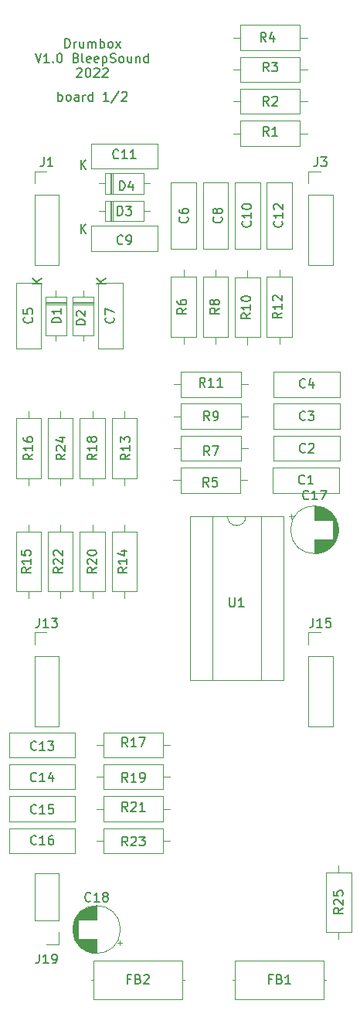
<source format=gto>
G04 #@! TF.GenerationSoftware,KiCad,Pcbnew,(6.0.1)*
G04 #@! TF.CreationDate,2022-02-10T17:34:38+01:00*
G04 #@! TF.ProjectId,Drumbox,4472756d-626f-4782-9e6b-696361645f70,rev?*
G04 #@! TF.SameCoordinates,Original*
G04 #@! TF.FileFunction,Legend,Top*
G04 #@! TF.FilePolarity,Positive*
%FSLAX46Y46*%
G04 Gerber Fmt 4.6, Leading zero omitted, Abs format (unit mm)*
G04 Created by KiCad (PCBNEW (6.0.1)) date 2022-02-10 17:34:38*
%MOMM*%
%LPD*%
G01*
G04 APERTURE LIST*
%ADD10C,0.150000*%
%ADD11C,0.120000*%
%ADD12C,1.600000*%
%ADD13R,1.700000X1.700000*%
%ADD14O,1.700000X1.700000*%
%ADD15O,1.600000X1.600000*%
%ADD16R,1.600000X1.600000*%
%ADD17C,2.000000*%
%ADD18O,2.000000X2.000000*%
%ADD19R,1.800000X1.800000*%
%ADD20C,1.800000*%
G04 APERTURE END LIST*
D10*
X36261904Y-41452380D02*
X36261904Y-40452380D01*
X36261904Y-40833333D02*
X36357142Y-40785714D01*
X36547619Y-40785714D01*
X36642857Y-40833333D01*
X36690476Y-40880952D01*
X36738095Y-40976190D01*
X36738095Y-41261904D01*
X36690476Y-41357142D01*
X36642857Y-41404761D01*
X36547619Y-41452380D01*
X36357142Y-41452380D01*
X36261904Y-41404761D01*
X37309523Y-41452380D02*
X37214285Y-41404761D01*
X37166666Y-41357142D01*
X37119047Y-41261904D01*
X37119047Y-40976190D01*
X37166666Y-40880952D01*
X37214285Y-40833333D01*
X37309523Y-40785714D01*
X37452380Y-40785714D01*
X37547619Y-40833333D01*
X37595238Y-40880952D01*
X37642857Y-40976190D01*
X37642857Y-41261904D01*
X37595238Y-41357142D01*
X37547619Y-41404761D01*
X37452380Y-41452380D01*
X37309523Y-41452380D01*
X38500000Y-41452380D02*
X38500000Y-40928571D01*
X38452380Y-40833333D01*
X38357142Y-40785714D01*
X38166666Y-40785714D01*
X38071428Y-40833333D01*
X38500000Y-41404761D02*
X38404761Y-41452380D01*
X38166666Y-41452380D01*
X38071428Y-41404761D01*
X38023809Y-41309523D01*
X38023809Y-41214285D01*
X38071428Y-41119047D01*
X38166666Y-41071428D01*
X38404761Y-41071428D01*
X38500000Y-41023809D01*
X38976190Y-41452380D02*
X38976190Y-40785714D01*
X38976190Y-40976190D02*
X39023809Y-40880952D01*
X39071428Y-40833333D01*
X39166666Y-40785714D01*
X39261904Y-40785714D01*
X40023809Y-41452380D02*
X40023809Y-40452380D01*
X40023809Y-41404761D02*
X39928571Y-41452380D01*
X39738095Y-41452380D01*
X39642857Y-41404761D01*
X39595238Y-41357142D01*
X39547619Y-41261904D01*
X39547619Y-40976190D01*
X39595238Y-40880952D01*
X39642857Y-40833333D01*
X39738095Y-40785714D01*
X39928571Y-40785714D01*
X40023809Y-40833333D01*
X41785714Y-41452380D02*
X41214285Y-41452380D01*
X41500000Y-41452380D02*
X41500000Y-40452380D01*
X41404761Y-40595238D01*
X41309523Y-40690476D01*
X41214285Y-40738095D01*
X42928571Y-40404761D02*
X42071428Y-41690476D01*
X43214285Y-40547619D02*
X43261904Y-40500000D01*
X43357142Y-40452380D01*
X43595238Y-40452380D01*
X43690476Y-40500000D01*
X43738095Y-40547619D01*
X43785714Y-40642857D01*
X43785714Y-40738095D01*
X43738095Y-40880952D01*
X43166666Y-41452380D01*
X43785714Y-41452380D01*
X37000000Y-35642380D02*
X37000000Y-34642380D01*
X37238095Y-34642380D01*
X37380952Y-34690000D01*
X37476190Y-34785238D01*
X37523809Y-34880476D01*
X37571428Y-35070952D01*
X37571428Y-35213809D01*
X37523809Y-35404285D01*
X37476190Y-35499523D01*
X37380952Y-35594761D01*
X37238095Y-35642380D01*
X37000000Y-35642380D01*
X38000000Y-35642380D02*
X38000000Y-34975714D01*
X38000000Y-35166190D02*
X38047619Y-35070952D01*
X38095238Y-35023333D01*
X38190476Y-34975714D01*
X38285714Y-34975714D01*
X39047619Y-34975714D02*
X39047619Y-35642380D01*
X38619047Y-34975714D02*
X38619047Y-35499523D01*
X38666666Y-35594761D01*
X38761904Y-35642380D01*
X38904761Y-35642380D01*
X39000000Y-35594761D01*
X39047619Y-35547142D01*
X39523809Y-35642380D02*
X39523809Y-34975714D01*
X39523809Y-35070952D02*
X39571428Y-35023333D01*
X39666666Y-34975714D01*
X39809523Y-34975714D01*
X39904761Y-35023333D01*
X39952380Y-35118571D01*
X39952380Y-35642380D01*
X39952380Y-35118571D02*
X40000000Y-35023333D01*
X40095238Y-34975714D01*
X40238095Y-34975714D01*
X40333333Y-35023333D01*
X40380952Y-35118571D01*
X40380952Y-35642380D01*
X40857142Y-35642380D02*
X40857142Y-34642380D01*
X40857142Y-35023333D02*
X40952380Y-34975714D01*
X41142857Y-34975714D01*
X41238095Y-35023333D01*
X41285714Y-35070952D01*
X41333333Y-35166190D01*
X41333333Y-35451904D01*
X41285714Y-35547142D01*
X41238095Y-35594761D01*
X41142857Y-35642380D01*
X40952380Y-35642380D01*
X40857142Y-35594761D01*
X41904761Y-35642380D02*
X41809523Y-35594761D01*
X41761904Y-35547142D01*
X41714285Y-35451904D01*
X41714285Y-35166190D01*
X41761904Y-35070952D01*
X41809523Y-35023333D01*
X41904761Y-34975714D01*
X42047619Y-34975714D01*
X42142857Y-35023333D01*
X42190476Y-35070952D01*
X42238095Y-35166190D01*
X42238095Y-35451904D01*
X42190476Y-35547142D01*
X42142857Y-35594761D01*
X42047619Y-35642380D01*
X41904761Y-35642380D01*
X42571428Y-35642380D02*
X43095238Y-34975714D01*
X42571428Y-34975714D02*
X43095238Y-35642380D01*
X33738095Y-36252380D02*
X34071428Y-37252380D01*
X34404761Y-36252380D01*
X35261904Y-37252380D02*
X34690476Y-37252380D01*
X34976190Y-37252380D02*
X34976190Y-36252380D01*
X34880952Y-36395238D01*
X34785714Y-36490476D01*
X34690476Y-36538095D01*
X35690476Y-37157142D02*
X35738095Y-37204761D01*
X35690476Y-37252380D01*
X35642857Y-37204761D01*
X35690476Y-37157142D01*
X35690476Y-37252380D01*
X36357142Y-36252380D02*
X36452380Y-36252380D01*
X36547619Y-36300000D01*
X36595238Y-36347619D01*
X36642857Y-36442857D01*
X36690476Y-36633333D01*
X36690476Y-36871428D01*
X36642857Y-37061904D01*
X36595238Y-37157142D01*
X36547619Y-37204761D01*
X36452380Y-37252380D01*
X36357142Y-37252380D01*
X36261904Y-37204761D01*
X36214285Y-37157142D01*
X36166666Y-37061904D01*
X36119047Y-36871428D01*
X36119047Y-36633333D01*
X36166666Y-36442857D01*
X36214285Y-36347619D01*
X36261904Y-36300000D01*
X36357142Y-36252380D01*
X38214285Y-36728571D02*
X38357142Y-36776190D01*
X38404761Y-36823809D01*
X38452380Y-36919047D01*
X38452380Y-37061904D01*
X38404761Y-37157142D01*
X38357142Y-37204761D01*
X38261904Y-37252380D01*
X37880952Y-37252380D01*
X37880952Y-36252380D01*
X38214285Y-36252380D01*
X38309523Y-36300000D01*
X38357142Y-36347619D01*
X38404761Y-36442857D01*
X38404761Y-36538095D01*
X38357142Y-36633333D01*
X38309523Y-36680952D01*
X38214285Y-36728571D01*
X37880952Y-36728571D01*
X39023809Y-37252380D02*
X38928571Y-37204761D01*
X38880952Y-37109523D01*
X38880952Y-36252380D01*
X39785714Y-37204761D02*
X39690476Y-37252380D01*
X39500000Y-37252380D01*
X39404761Y-37204761D01*
X39357142Y-37109523D01*
X39357142Y-36728571D01*
X39404761Y-36633333D01*
X39500000Y-36585714D01*
X39690476Y-36585714D01*
X39785714Y-36633333D01*
X39833333Y-36728571D01*
X39833333Y-36823809D01*
X39357142Y-36919047D01*
X40642857Y-37204761D02*
X40547619Y-37252380D01*
X40357142Y-37252380D01*
X40261904Y-37204761D01*
X40214285Y-37109523D01*
X40214285Y-36728571D01*
X40261904Y-36633333D01*
X40357142Y-36585714D01*
X40547619Y-36585714D01*
X40642857Y-36633333D01*
X40690476Y-36728571D01*
X40690476Y-36823809D01*
X40214285Y-36919047D01*
X41119047Y-36585714D02*
X41119047Y-37585714D01*
X41119047Y-36633333D02*
X41214285Y-36585714D01*
X41404761Y-36585714D01*
X41500000Y-36633333D01*
X41547619Y-36680952D01*
X41595238Y-36776190D01*
X41595238Y-37061904D01*
X41547619Y-37157142D01*
X41500000Y-37204761D01*
X41404761Y-37252380D01*
X41214285Y-37252380D01*
X41119047Y-37204761D01*
X41976190Y-37204761D02*
X42119047Y-37252380D01*
X42357142Y-37252380D01*
X42452380Y-37204761D01*
X42500000Y-37157142D01*
X42547619Y-37061904D01*
X42547619Y-36966666D01*
X42500000Y-36871428D01*
X42452380Y-36823809D01*
X42357142Y-36776190D01*
X42166666Y-36728571D01*
X42071428Y-36680952D01*
X42023809Y-36633333D01*
X41976190Y-36538095D01*
X41976190Y-36442857D01*
X42023809Y-36347619D01*
X42071428Y-36300000D01*
X42166666Y-36252380D01*
X42404761Y-36252380D01*
X42547619Y-36300000D01*
X43119047Y-37252380D02*
X43023809Y-37204761D01*
X42976190Y-37157142D01*
X42928571Y-37061904D01*
X42928571Y-36776190D01*
X42976190Y-36680952D01*
X43023809Y-36633333D01*
X43119047Y-36585714D01*
X43261904Y-36585714D01*
X43357142Y-36633333D01*
X43404761Y-36680952D01*
X43452380Y-36776190D01*
X43452380Y-37061904D01*
X43404761Y-37157142D01*
X43357142Y-37204761D01*
X43261904Y-37252380D01*
X43119047Y-37252380D01*
X44309523Y-36585714D02*
X44309523Y-37252380D01*
X43880952Y-36585714D02*
X43880952Y-37109523D01*
X43928571Y-37204761D01*
X44023809Y-37252380D01*
X44166666Y-37252380D01*
X44261904Y-37204761D01*
X44309523Y-37157142D01*
X44785714Y-36585714D02*
X44785714Y-37252380D01*
X44785714Y-36680952D02*
X44833333Y-36633333D01*
X44928571Y-36585714D01*
X45071428Y-36585714D01*
X45166666Y-36633333D01*
X45214285Y-36728571D01*
X45214285Y-37252380D01*
X46119047Y-37252380D02*
X46119047Y-36252380D01*
X46119047Y-37204761D02*
X46023809Y-37252380D01*
X45833333Y-37252380D01*
X45738095Y-37204761D01*
X45690476Y-37157142D01*
X45642857Y-37061904D01*
X45642857Y-36776190D01*
X45690476Y-36680952D01*
X45738095Y-36633333D01*
X45833333Y-36585714D01*
X46023809Y-36585714D01*
X46119047Y-36633333D01*
X38285714Y-37957619D02*
X38333333Y-37910000D01*
X38428571Y-37862380D01*
X38666666Y-37862380D01*
X38761904Y-37910000D01*
X38809523Y-37957619D01*
X38857142Y-38052857D01*
X38857142Y-38148095D01*
X38809523Y-38290952D01*
X38238095Y-38862380D01*
X38857142Y-38862380D01*
X39476190Y-37862380D02*
X39571428Y-37862380D01*
X39666666Y-37910000D01*
X39714285Y-37957619D01*
X39761904Y-38052857D01*
X39809523Y-38243333D01*
X39809523Y-38481428D01*
X39761904Y-38671904D01*
X39714285Y-38767142D01*
X39666666Y-38814761D01*
X39571428Y-38862380D01*
X39476190Y-38862380D01*
X39380952Y-38814761D01*
X39333333Y-38767142D01*
X39285714Y-38671904D01*
X39238095Y-38481428D01*
X39238095Y-38243333D01*
X39285714Y-38052857D01*
X39333333Y-37957619D01*
X39380952Y-37910000D01*
X39476190Y-37862380D01*
X40190476Y-37957619D02*
X40238095Y-37910000D01*
X40333333Y-37862380D01*
X40571428Y-37862380D01*
X40666666Y-37910000D01*
X40714285Y-37957619D01*
X40761904Y-38052857D01*
X40761904Y-38148095D01*
X40714285Y-38290952D01*
X40142857Y-38862380D01*
X40761904Y-38862380D01*
X41142857Y-37957619D02*
X41190476Y-37910000D01*
X41285714Y-37862380D01*
X41523809Y-37862380D01*
X41619047Y-37910000D01*
X41666666Y-37957619D01*
X41714285Y-38052857D01*
X41714285Y-38148095D01*
X41666666Y-38290952D01*
X41095238Y-38862380D01*
X41714285Y-38862380D01*
X43333333Y-57077142D02*
X43285714Y-57124761D01*
X43142857Y-57172380D01*
X43047619Y-57172380D01*
X42904761Y-57124761D01*
X42809523Y-57029523D01*
X42761904Y-56934285D01*
X42714285Y-56743809D01*
X42714285Y-56600952D01*
X42761904Y-56410476D01*
X42809523Y-56315238D01*
X42904761Y-56220000D01*
X43047619Y-56172380D01*
X43142857Y-56172380D01*
X43285714Y-56220000D01*
X43333333Y-56267619D01*
X43809523Y-57172380D02*
X44000000Y-57172380D01*
X44095238Y-57124761D01*
X44142857Y-57077142D01*
X44238095Y-56934285D01*
X44285714Y-56743809D01*
X44285714Y-56362857D01*
X44238095Y-56267619D01*
X44190476Y-56220000D01*
X44095238Y-56172380D01*
X43904761Y-56172380D01*
X43809523Y-56220000D01*
X43761904Y-56267619D01*
X43714285Y-56362857D01*
X43714285Y-56600952D01*
X43761904Y-56696190D01*
X43809523Y-56743809D01*
X43904761Y-56791428D01*
X44095238Y-56791428D01*
X44190476Y-56743809D01*
X44238095Y-56696190D01*
X44285714Y-56600952D01*
X64666666Y-47622380D02*
X64666666Y-48336666D01*
X64619047Y-48479523D01*
X64523809Y-48574761D01*
X64380952Y-48622380D01*
X64285714Y-48622380D01*
X65047619Y-47622380D02*
X65666666Y-47622380D01*
X65333333Y-48003333D01*
X65476190Y-48003333D01*
X65571428Y-48050952D01*
X65619047Y-48098571D01*
X65666666Y-48193809D01*
X65666666Y-48431904D01*
X65619047Y-48527142D01*
X65571428Y-48574761D01*
X65476190Y-48622380D01*
X65190476Y-48622380D01*
X65095238Y-48574761D01*
X65047619Y-48527142D01*
X59333333Y-41952380D02*
X59000000Y-41476190D01*
X58761904Y-41952380D02*
X58761904Y-40952380D01*
X59142857Y-40952380D01*
X59238095Y-41000000D01*
X59285714Y-41047619D01*
X59333333Y-41142857D01*
X59333333Y-41285714D01*
X59285714Y-41380952D01*
X59238095Y-41428571D01*
X59142857Y-41476190D01*
X58761904Y-41476190D01*
X59714285Y-41047619D02*
X59761904Y-41000000D01*
X59857142Y-40952380D01*
X60095238Y-40952380D01*
X60190476Y-41000000D01*
X60238095Y-41047619D01*
X60285714Y-41142857D01*
X60285714Y-41238095D01*
X60238095Y-41380952D01*
X59666666Y-41952380D01*
X60285714Y-41952380D01*
X40452380Y-92562857D02*
X39976190Y-92896190D01*
X40452380Y-93134285D02*
X39452380Y-93134285D01*
X39452380Y-92753333D01*
X39500000Y-92658095D01*
X39547619Y-92610476D01*
X39642857Y-92562857D01*
X39785714Y-92562857D01*
X39880952Y-92610476D01*
X39928571Y-92658095D01*
X39976190Y-92753333D01*
X39976190Y-93134285D01*
X39547619Y-92181904D02*
X39500000Y-92134285D01*
X39452380Y-92039047D01*
X39452380Y-91800952D01*
X39500000Y-91705714D01*
X39547619Y-91658095D01*
X39642857Y-91610476D01*
X39738095Y-91610476D01*
X39880952Y-91658095D01*
X40452380Y-92229523D01*
X40452380Y-91610476D01*
X39452380Y-90991428D02*
X39452380Y-90896190D01*
X39500000Y-90800952D01*
X39547619Y-90753333D01*
X39642857Y-90705714D01*
X39833333Y-90658095D01*
X40071428Y-90658095D01*
X40261904Y-90705714D01*
X40357142Y-90753333D01*
X40404761Y-90800952D01*
X40452380Y-90896190D01*
X40452380Y-90991428D01*
X40404761Y-91086666D01*
X40357142Y-91134285D01*
X40261904Y-91181904D01*
X40071428Y-91229523D01*
X39833333Y-91229523D01*
X39642857Y-91181904D01*
X39547619Y-91134285D01*
X39500000Y-91086666D01*
X39452380Y-90991428D01*
X39812255Y-129082142D02*
X39764636Y-129129761D01*
X39621779Y-129177380D01*
X39526541Y-129177380D01*
X39383684Y-129129761D01*
X39288446Y-129034523D01*
X39240827Y-128939285D01*
X39193208Y-128748809D01*
X39193208Y-128605952D01*
X39240827Y-128415476D01*
X39288446Y-128320238D01*
X39383684Y-128225000D01*
X39526541Y-128177380D01*
X39621779Y-128177380D01*
X39764636Y-128225000D01*
X39812255Y-128272619D01*
X40764636Y-129177380D02*
X40193208Y-129177380D01*
X40478922Y-129177380D02*
X40478922Y-128177380D01*
X40383684Y-128320238D01*
X40288446Y-128415476D01*
X40193208Y-128463095D01*
X41336065Y-128605952D02*
X41240827Y-128558333D01*
X41193208Y-128510714D01*
X41145589Y-128415476D01*
X41145589Y-128367857D01*
X41193208Y-128272619D01*
X41240827Y-128225000D01*
X41336065Y-128177380D01*
X41526541Y-128177380D01*
X41621779Y-128225000D01*
X41669398Y-128272619D01*
X41717017Y-128367857D01*
X41717017Y-128415476D01*
X41669398Y-128510714D01*
X41621779Y-128558333D01*
X41526541Y-128605952D01*
X41336065Y-128605952D01*
X41240827Y-128653571D01*
X41193208Y-128701190D01*
X41145589Y-128796428D01*
X41145589Y-128986904D01*
X41193208Y-129082142D01*
X41240827Y-129129761D01*
X41336065Y-129177380D01*
X41526541Y-129177380D01*
X41621779Y-129129761D01*
X41669398Y-129082142D01*
X41717017Y-128986904D01*
X41717017Y-128796428D01*
X41669398Y-128701190D01*
X41621779Y-128653571D01*
X41526541Y-128605952D01*
X37032380Y-80142857D02*
X36556190Y-80476190D01*
X37032380Y-80714285D02*
X36032380Y-80714285D01*
X36032380Y-80333333D01*
X36080000Y-80238095D01*
X36127619Y-80190476D01*
X36222857Y-80142857D01*
X36365714Y-80142857D01*
X36460952Y-80190476D01*
X36508571Y-80238095D01*
X36556190Y-80333333D01*
X36556190Y-80714285D01*
X36127619Y-79761904D02*
X36080000Y-79714285D01*
X36032380Y-79619047D01*
X36032380Y-79380952D01*
X36080000Y-79285714D01*
X36127619Y-79238095D01*
X36222857Y-79190476D01*
X36318095Y-79190476D01*
X36460952Y-79238095D01*
X37032380Y-79809523D01*
X37032380Y-79190476D01*
X36365714Y-78333333D02*
X37032380Y-78333333D01*
X35984761Y-78571428D02*
X36699047Y-78809523D01*
X36699047Y-78190476D01*
X67452380Y-129867857D02*
X66976190Y-130201190D01*
X67452380Y-130439285D02*
X66452380Y-130439285D01*
X66452380Y-130058333D01*
X66500000Y-129963095D01*
X66547619Y-129915476D01*
X66642857Y-129867857D01*
X66785714Y-129867857D01*
X66880952Y-129915476D01*
X66928571Y-129963095D01*
X66976190Y-130058333D01*
X66976190Y-130439285D01*
X66547619Y-129486904D02*
X66500000Y-129439285D01*
X66452380Y-129344047D01*
X66452380Y-129105952D01*
X66500000Y-129010714D01*
X66547619Y-128963095D01*
X66642857Y-128915476D01*
X66738095Y-128915476D01*
X66880952Y-128963095D01*
X67452380Y-129534523D01*
X67452380Y-128915476D01*
X66452380Y-128010714D02*
X66452380Y-128486904D01*
X66928571Y-128534523D01*
X66880952Y-128486904D01*
X66833333Y-128391666D01*
X66833333Y-128153571D01*
X66880952Y-128058333D01*
X66928571Y-128010714D01*
X67023809Y-127963095D01*
X67261904Y-127963095D01*
X67357142Y-128010714D01*
X67404761Y-128058333D01*
X67452380Y-128153571D01*
X67452380Y-128391666D01*
X67404761Y-128486904D01*
X67357142Y-128534523D01*
X63702030Y-85032142D02*
X63654411Y-85079761D01*
X63511554Y-85127380D01*
X63416316Y-85127380D01*
X63273459Y-85079761D01*
X63178221Y-84984523D01*
X63130602Y-84889285D01*
X63082983Y-84698809D01*
X63082983Y-84555952D01*
X63130602Y-84365476D01*
X63178221Y-84270238D01*
X63273459Y-84175000D01*
X63416316Y-84127380D01*
X63511554Y-84127380D01*
X63654411Y-84175000D01*
X63702030Y-84222619D01*
X64654411Y-85127380D02*
X64082983Y-85127380D01*
X64368697Y-85127380D02*
X64368697Y-84127380D01*
X64273459Y-84270238D01*
X64178221Y-84365476D01*
X64082983Y-84413095D01*
X64987745Y-84127380D02*
X65654411Y-84127380D01*
X65225840Y-85127380D01*
X52753333Y-83702380D02*
X52420000Y-83226190D01*
X52181904Y-83702380D02*
X52181904Y-82702380D01*
X52562857Y-82702380D01*
X52658095Y-82750000D01*
X52705714Y-82797619D01*
X52753333Y-82892857D01*
X52753333Y-83035714D01*
X52705714Y-83130952D01*
X52658095Y-83178571D01*
X52562857Y-83226190D01*
X52181904Y-83226190D01*
X53658095Y-82702380D02*
X53181904Y-82702380D01*
X53134285Y-83178571D01*
X53181904Y-83130952D01*
X53277142Y-83083333D01*
X53515238Y-83083333D01*
X53610476Y-83130952D01*
X53658095Y-83178571D01*
X53705714Y-83273809D01*
X53705714Y-83511904D01*
X53658095Y-83607142D01*
X53610476Y-83654761D01*
X53515238Y-83702380D01*
X53277142Y-83702380D01*
X53181904Y-83654761D01*
X53134285Y-83607142D01*
X59666666Y-137653571D02*
X59333333Y-137653571D01*
X59333333Y-138177380D02*
X59333333Y-137177380D01*
X59809523Y-137177380D01*
X60523809Y-137653571D02*
X60666666Y-137701190D01*
X60714285Y-137748809D01*
X60761904Y-137844047D01*
X60761904Y-137986904D01*
X60714285Y-138082142D01*
X60666666Y-138129761D01*
X60571428Y-138177380D01*
X60190476Y-138177380D01*
X60190476Y-137177380D01*
X60523809Y-137177380D01*
X60619047Y-137225000D01*
X60666666Y-137272619D01*
X60714285Y-137367857D01*
X60714285Y-137463095D01*
X60666666Y-137558333D01*
X60619047Y-137605952D01*
X60523809Y-137653571D01*
X60190476Y-137653571D01*
X61714285Y-138177380D02*
X61142857Y-138177380D01*
X61428571Y-138177380D02*
X61428571Y-137177380D01*
X61333333Y-137320238D01*
X61238095Y-137415476D01*
X61142857Y-137463095D01*
X63333333Y-72787142D02*
X63285714Y-72834761D01*
X63142857Y-72882380D01*
X63047619Y-72882380D01*
X62904761Y-72834761D01*
X62809523Y-72739523D01*
X62761904Y-72644285D01*
X62714285Y-72453809D01*
X62714285Y-72310952D01*
X62761904Y-72120476D01*
X62809523Y-72025238D01*
X62904761Y-71930000D01*
X63047619Y-71882380D01*
X63142857Y-71882380D01*
X63285714Y-71930000D01*
X63333333Y-71977619D01*
X64190476Y-72215714D02*
X64190476Y-72882380D01*
X63952380Y-71834761D02*
X63714285Y-72549047D01*
X64333333Y-72549047D01*
X53902380Y-64166666D02*
X53426190Y-64500000D01*
X53902380Y-64738095D02*
X52902380Y-64738095D01*
X52902380Y-64357142D01*
X52950000Y-64261904D01*
X52997619Y-64214285D01*
X53092857Y-64166666D01*
X53235714Y-64166666D01*
X53330952Y-64214285D01*
X53378571Y-64261904D01*
X53426190Y-64357142D01*
X53426190Y-64738095D01*
X53330952Y-63595238D02*
X53283333Y-63690476D01*
X53235714Y-63738095D01*
X53140476Y-63785714D01*
X53092857Y-63785714D01*
X52997619Y-63738095D01*
X52950000Y-63690476D01*
X52902380Y-63595238D01*
X52902380Y-63404761D01*
X52950000Y-63309523D01*
X52997619Y-63261904D01*
X53092857Y-63214285D01*
X53140476Y-63214285D01*
X53235714Y-63261904D01*
X53283333Y-63309523D01*
X53330952Y-63404761D01*
X53330952Y-63595238D01*
X53378571Y-63690476D01*
X53426190Y-63738095D01*
X53521428Y-63785714D01*
X53711904Y-63785714D01*
X53807142Y-63738095D01*
X53854761Y-63690476D01*
X53902380Y-63595238D01*
X53902380Y-63404761D01*
X53854761Y-63309523D01*
X53807142Y-63261904D01*
X53711904Y-63214285D01*
X53521428Y-63214285D01*
X53426190Y-63261904D01*
X53378571Y-63309523D01*
X53330952Y-63404761D01*
X34190476Y-134927380D02*
X34190476Y-135641666D01*
X34142857Y-135784523D01*
X34047619Y-135879761D01*
X33904761Y-135927380D01*
X33809523Y-135927380D01*
X35190476Y-135927380D02*
X34619047Y-135927380D01*
X34904761Y-135927380D02*
X34904761Y-134927380D01*
X34809523Y-135070238D01*
X34714285Y-135165476D01*
X34619047Y-135213095D01*
X35666666Y-135927380D02*
X35857142Y-135927380D01*
X35952380Y-135879761D01*
X36000000Y-135832142D01*
X36095238Y-135689285D01*
X36142857Y-135498809D01*
X36142857Y-135117857D01*
X36095238Y-135022619D01*
X36047619Y-134975000D01*
X35952380Y-134927380D01*
X35761904Y-134927380D01*
X35666666Y-134975000D01*
X35619047Y-135022619D01*
X35571428Y-135117857D01*
X35571428Y-135355952D01*
X35619047Y-135451190D01*
X35666666Y-135498809D01*
X35761904Y-135546428D01*
X35952380Y-135546428D01*
X36047619Y-135498809D01*
X36095238Y-135451190D01*
X36142857Y-135355952D01*
X42991904Y-51232380D02*
X42991904Y-50232380D01*
X43230000Y-50232380D01*
X43372857Y-50280000D01*
X43468095Y-50375238D01*
X43515714Y-50470476D01*
X43563333Y-50660952D01*
X43563333Y-50803809D01*
X43515714Y-50994285D01*
X43468095Y-51089523D01*
X43372857Y-51184761D01*
X43230000Y-51232380D01*
X42991904Y-51232380D01*
X44420476Y-50565714D02*
X44420476Y-51232380D01*
X44182380Y-50184761D02*
X43944285Y-50899047D01*
X44563333Y-50899047D01*
X38738095Y-48952380D02*
X38738095Y-47952380D01*
X39309523Y-48952380D02*
X38880952Y-48380952D01*
X39309523Y-47952380D02*
X38738095Y-48523809D01*
X52833333Y-80272380D02*
X52500000Y-79796190D01*
X52261904Y-80272380D02*
X52261904Y-79272380D01*
X52642857Y-79272380D01*
X52738095Y-79320000D01*
X52785714Y-79367619D01*
X52833333Y-79462857D01*
X52833333Y-79605714D01*
X52785714Y-79700952D01*
X52738095Y-79748571D01*
X52642857Y-79796190D01*
X52261904Y-79796190D01*
X53166666Y-79272380D02*
X53833333Y-79272380D01*
X53404761Y-80272380D01*
X50407142Y-54166666D02*
X50454761Y-54214285D01*
X50502380Y-54357142D01*
X50502380Y-54452380D01*
X50454761Y-54595238D01*
X50359523Y-54690476D01*
X50264285Y-54738095D01*
X50073809Y-54785714D01*
X49930952Y-54785714D01*
X49740476Y-54738095D01*
X49645238Y-54690476D01*
X49550000Y-54595238D01*
X49502380Y-54452380D01*
X49502380Y-54357142D01*
X49550000Y-54214285D01*
X49597619Y-54166666D01*
X49502380Y-53309523D02*
X49502380Y-53500000D01*
X49550000Y-53595238D01*
X49597619Y-53642857D01*
X49740476Y-53738095D01*
X49930952Y-53785714D01*
X50311904Y-53785714D01*
X50407142Y-53738095D01*
X50454761Y-53690476D01*
X50502380Y-53595238D01*
X50502380Y-53404761D01*
X50454761Y-53309523D01*
X50407142Y-53261904D01*
X50311904Y-53214285D01*
X50073809Y-53214285D01*
X49978571Y-53261904D01*
X49930952Y-53309523D01*
X49883333Y-53404761D01*
X49883333Y-53595238D01*
X49930952Y-53690476D01*
X49978571Y-53738095D01*
X50073809Y-53785714D01*
X33857142Y-112507142D02*
X33809523Y-112554761D01*
X33666666Y-112602380D01*
X33571428Y-112602380D01*
X33428571Y-112554761D01*
X33333333Y-112459523D01*
X33285714Y-112364285D01*
X33238095Y-112173809D01*
X33238095Y-112030952D01*
X33285714Y-111840476D01*
X33333333Y-111745238D01*
X33428571Y-111650000D01*
X33571428Y-111602380D01*
X33666666Y-111602380D01*
X33809523Y-111650000D01*
X33857142Y-111697619D01*
X34809523Y-112602380D02*
X34238095Y-112602380D01*
X34523809Y-112602380D02*
X34523809Y-111602380D01*
X34428571Y-111745238D01*
X34333333Y-111840476D01*
X34238095Y-111888095D01*
X35142857Y-111602380D02*
X35761904Y-111602380D01*
X35428571Y-111983333D01*
X35571428Y-111983333D01*
X35666666Y-112030952D01*
X35714285Y-112078571D01*
X35761904Y-112173809D01*
X35761904Y-112411904D01*
X35714285Y-112507142D01*
X35666666Y-112554761D01*
X35571428Y-112602380D01*
X35285714Y-112602380D01*
X35190476Y-112554761D01*
X35142857Y-112507142D01*
X59333333Y-38222380D02*
X59000000Y-37746190D01*
X58761904Y-38222380D02*
X58761904Y-37222380D01*
X59142857Y-37222380D01*
X59238095Y-37270000D01*
X59285714Y-37317619D01*
X59333333Y-37412857D01*
X59333333Y-37555714D01*
X59285714Y-37650952D01*
X59238095Y-37698571D01*
X59142857Y-37746190D01*
X58761904Y-37746190D01*
X59666666Y-37222380D02*
X60285714Y-37222380D01*
X59952380Y-37603333D01*
X60095238Y-37603333D01*
X60190476Y-37650952D01*
X60238095Y-37698571D01*
X60285714Y-37793809D01*
X60285714Y-38031904D01*
X60238095Y-38127142D01*
X60190476Y-38174761D01*
X60095238Y-38222380D01*
X59809523Y-38222380D01*
X59714285Y-38174761D01*
X59666666Y-38127142D01*
X50302380Y-64166666D02*
X49826190Y-64500000D01*
X50302380Y-64738095D02*
X49302380Y-64738095D01*
X49302380Y-64357142D01*
X49350000Y-64261904D01*
X49397619Y-64214285D01*
X49492857Y-64166666D01*
X49635714Y-64166666D01*
X49730952Y-64214285D01*
X49778571Y-64261904D01*
X49826190Y-64357142D01*
X49826190Y-64738095D01*
X49302380Y-63309523D02*
X49302380Y-63500000D01*
X49350000Y-63595238D01*
X49397619Y-63642857D01*
X49540476Y-63738095D01*
X49730952Y-63785714D01*
X50111904Y-63785714D01*
X50207142Y-63738095D01*
X50254761Y-63690476D01*
X50302380Y-63595238D01*
X50302380Y-63404761D01*
X50254761Y-63309523D01*
X50207142Y-63261904D01*
X50111904Y-63214285D01*
X49873809Y-63214285D01*
X49778571Y-63261904D01*
X49730952Y-63309523D01*
X49683333Y-63404761D01*
X49683333Y-63595238D01*
X49730952Y-63690476D01*
X49778571Y-63738095D01*
X49873809Y-63785714D01*
X44102380Y-80142857D02*
X43626190Y-80476190D01*
X44102380Y-80714285D02*
X43102380Y-80714285D01*
X43102380Y-80333333D01*
X43150000Y-80238095D01*
X43197619Y-80190476D01*
X43292857Y-80142857D01*
X43435714Y-80142857D01*
X43530952Y-80190476D01*
X43578571Y-80238095D01*
X43626190Y-80333333D01*
X43626190Y-80714285D01*
X44102380Y-79190476D02*
X44102380Y-79761904D01*
X44102380Y-79476190D02*
X43102380Y-79476190D01*
X43245238Y-79571428D01*
X43340476Y-79666666D01*
X43388095Y-79761904D01*
X43102380Y-78857142D02*
X43102380Y-78238095D01*
X43483333Y-78571428D01*
X43483333Y-78428571D01*
X43530952Y-78333333D01*
X43578571Y-78285714D01*
X43673809Y-78238095D01*
X43911904Y-78238095D01*
X44007142Y-78285714D01*
X44054761Y-78333333D01*
X44102380Y-78428571D01*
X44102380Y-78714285D01*
X44054761Y-78809523D01*
X44007142Y-78857142D01*
X44166666Y-137653571D02*
X43833333Y-137653571D01*
X43833333Y-138177380D02*
X43833333Y-137177380D01*
X44309523Y-137177380D01*
X45023809Y-137653571D02*
X45166666Y-137701190D01*
X45214285Y-137748809D01*
X45261904Y-137844047D01*
X45261904Y-137986904D01*
X45214285Y-138082142D01*
X45166666Y-138129761D01*
X45071428Y-138177380D01*
X44690476Y-138177380D01*
X44690476Y-137177380D01*
X45023809Y-137177380D01*
X45119047Y-137225000D01*
X45166666Y-137272619D01*
X45214285Y-137367857D01*
X45214285Y-137463095D01*
X45166666Y-137558333D01*
X45119047Y-137605952D01*
X45023809Y-137653571D01*
X44690476Y-137653571D01*
X45642857Y-137272619D02*
X45690476Y-137225000D01*
X45785714Y-137177380D01*
X46023809Y-137177380D01*
X46119047Y-137225000D01*
X46166666Y-137272619D01*
X46214285Y-137367857D01*
X46214285Y-137463095D01*
X46166666Y-137605952D01*
X45595238Y-138177380D01*
X46214285Y-138177380D01*
X60757142Y-54642857D02*
X60804761Y-54690476D01*
X60852380Y-54833333D01*
X60852380Y-54928571D01*
X60804761Y-55071428D01*
X60709523Y-55166666D01*
X60614285Y-55214285D01*
X60423809Y-55261904D01*
X60280952Y-55261904D01*
X60090476Y-55214285D01*
X59995238Y-55166666D01*
X59900000Y-55071428D01*
X59852380Y-54928571D01*
X59852380Y-54833333D01*
X59900000Y-54690476D01*
X59947619Y-54642857D01*
X60852380Y-53690476D02*
X60852380Y-54261904D01*
X60852380Y-53976190D02*
X59852380Y-53976190D01*
X59995238Y-54071428D01*
X60090476Y-54166666D01*
X60138095Y-54261904D01*
X59947619Y-53309523D02*
X59900000Y-53261904D01*
X59852380Y-53166666D01*
X59852380Y-52928571D01*
X59900000Y-52833333D01*
X59947619Y-52785714D01*
X60042857Y-52738095D01*
X60138095Y-52738095D01*
X60280952Y-52785714D01*
X60852380Y-53357142D01*
X60852380Y-52738095D01*
X39222380Y-65968095D02*
X38222380Y-65968095D01*
X38222380Y-65730000D01*
X38270000Y-65587142D01*
X38365238Y-65491904D01*
X38460476Y-65444285D01*
X38650952Y-65396666D01*
X38793809Y-65396666D01*
X38984285Y-65444285D01*
X39079523Y-65491904D01*
X39174761Y-65587142D01*
X39222380Y-65730000D01*
X39222380Y-65968095D01*
X38317619Y-65015714D02*
X38270000Y-64968095D01*
X38222380Y-64872857D01*
X38222380Y-64634761D01*
X38270000Y-64539523D01*
X38317619Y-64491904D01*
X38412857Y-64444285D01*
X38508095Y-64444285D01*
X38650952Y-64491904D01*
X39222380Y-65063333D01*
X39222380Y-64444285D01*
X34452380Y-61451904D02*
X33452380Y-61451904D01*
X34452380Y-60880476D02*
X33880952Y-61309047D01*
X33452380Y-60880476D02*
X34023809Y-61451904D01*
X63333333Y-76357142D02*
X63285714Y-76404761D01*
X63142857Y-76452380D01*
X63047619Y-76452380D01*
X62904761Y-76404761D01*
X62809523Y-76309523D01*
X62761904Y-76214285D01*
X62714285Y-76023809D01*
X62714285Y-75880952D01*
X62761904Y-75690476D01*
X62809523Y-75595238D01*
X62904761Y-75500000D01*
X63047619Y-75452380D01*
X63142857Y-75452380D01*
X63285714Y-75500000D01*
X63333333Y-75547619D01*
X63666666Y-75452380D02*
X64285714Y-75452380D01*
X63952380Y-75833333D01*
X64095238Y-75833333D01*
X64190476Y-75880952D01*
X64238095Y-75928571D01*
X64285714Y-76023809D01*
X64285714Y-76261904D01*
X64238095Y-76357142D01*
X64190476Y-76404761D01*
X64095238Y-76452380D01*
X63809523Y-76452380D01*
X63714285Y-76404761D01*
X63666666Y-76357142D01*
X60752380Y-64642857D02*
X60276190Y-64976190D01*
X60752380Y-65214285D02*
X59752380Y-65214285D01*
X59752380Y-64833333D01*
X59800000Y-64738095D01*
X59847619Y-64690476D01*
X59942857Y-64642857D01*
X60085714Y-64642857D01*
X60180952Y-64690476D01*
X60228571Y-64738095D01*
X60276190Y-64833333D01*
X60276190Y-65214285D01*
X60752380Y-63690476D02*
X60752380Y-64261904D01*
X60752380Y-63976190D02*
X59752380Y-63976190D01*
X59895238Y-64071428D01*
X59990476Y-64166666D01*
X60038095Y-64261904D01*
X59847619Y-63309523D02*
X59800000Y-63261904D01*
X59752380Y-63166666D01*
X59752380Y-62928571D01*
X59800000Y-62833333D01*
X59847619Y-62785714D01*
X59942857Y-62738095D01*
X60038095Y-62738095D01*
X60180952Y-62785714D01*
X60752380Y-63357142D01*
X60752380Y-62738095D01*
X52357142Y-72772380D02*
X52023809Y-72296190D01*
X51785714Y-72772380D02*
X51785714Y-71772380D01*
X52166666Y-71772380D01*
X52261904Y-71820000D01*
X52309523Y-71867619D01*
X52357142Y-71962857D01*
X52357142Y-72105714D01*
X52309523Y-72200952D01*
X52261904Y-72248571D01*
X52166666Y-72296190D01*
X51785714Y-72296190D01*
X53309523Y-72772380D02*
X52738095Y-72772380D01*
X53023809Y-72772380D02*
X53023809Y-71772380D01*
X52928571Y-71915238D01*
X52833333Y-72010476D01*
X52738095Y-72058095D01*
X54261904Y-72772380D02*
X53690476Y-72772380D01*
X53976190Y-72772380D02*
X53976190Y-71772380D01*
X53880952Y-71915238D01*
X53785714Y-72010476D01*
X53690476Y-72058095D01*
X34190476Y-98122380D02*
X34190476Y-98836666D01*
X34142857Y-98979523D01*
X34047619Y-99074761D01*
X33904761Y-99122380D01*
X33809523Y-99122380D01*
X35190476Y-99122380D02*
X34619047Y-99122380D01*
X34904761Y-99122380D02*
X34904761Y-98122380D01*
X34809523Y-98265238D01*
X34714285Y-98360476D01*
X34619047Y-98408095D01*
X35523809Y-98122380D02*
X36142857Y-98122380D01*
X35809523Y-98503333D01*
X35952380Y-98503333D01*
X36047619Y-98550952D01*
X36095238Y-98598571D01*
X36142857Y-98693809D01*
X36142857Y-98931904D01*
X36095238Y-99027142D01*
X36047619Y-99074761D01*
X35952380Y-99122380D01*
X35666666Y-99122380D01*
X35571428Y-99074761D01*
X35523809Y-99027142D01*
X54127142Y-54166666D02*
X54174761Y-54214285D01*
X54222380Y-54357142D01*
X54222380Y-54452380D01*
X54174761Y-54595238D01*
X54079523Y-54690476D01*
X53984285Y-54738095D01*
X53793809Y-54785714D01*
X53650952Y-54785714D01*
X53460476Y-54738095D01*
X53365238Y-54690476D01*
X53270000Y-54595238D01*
X53222380Y-54452380D01*
X53222380Y-54357142D01*
X53270000Y-54214285D01*
X53317619Y-54166666D01*
X53650952Y-53595238D02*
X53603333Y-53690476D01*
X53555714Y-53738095D01*
X53460476Y-53785714D01*
X53412857Y-53785714D01*
X53317619Y-53738095D01*
X53270000Y-53690476D01*
X53222380Y-53595238D01*
X53222380Y-53404761D01*
X53270000Y-53309523D01*
X53317619Y-53261904D01*
X53412857Y-53214285D01*
X53460476Y-53214285D01*
X53555714Y-53261904D01*
X53603333Y-53309523D01*
X53650952Y-53404761D01*
X53650952Y-53595238D01*
X53698571Y-53690476D01*
X53746190Y-53738095D01*
X53841428Y-53785714D01*
X54031904Y-53785714D01*
X54127142Y-53738095D01*
X54174761Y-53690476D01*
X54222380Y-53595238D01*
X54222380Y-53404761D01*
X54174761Y-53309523D01*
X54127142Y-53261904D01*
X54031904Y-53214285D01*
X53841428Y-53214285D01*
X53746190Y-53261904D01*
X53698571Y-53309523D01*
X53650952Y-53404761D01*
X63253333Y-83337142D02*
X63205714Y-83384761D01*
X63062857Y-83432380D01*
X62967619Y-83432380D01*
X62824761Y-83384761D01*
X62729523Y-83289523D01*
X62681904Y-83194285D01*
X62634285Y-83003809D01*
X62634285Y-82860952D01*
X62681904Y-82670476D01*
X62729523Y-82575238D01*
X62824761Y-82480000D01*
X62967619Y-82432380D01*
X63062857Y-82432380D01*
X63205714Y-82480000D01*
X63253333Y-82527619D01*
X64205714Y-83432380D02*
X63634285Y-83432380D01*
X63920000Y-83432380D02*
X63920000Y-82432380D01*
X63824761Y-82575238D01*
X63729523Y-82670476D01*
X63634285Y-82718095D01*
X64190476Y-98122380D02*
X64190476Y-98836666D01*
X64142857Y-98979523D01*
X64047619Y-99074761D01*
X63904761Y-99122380D01*
X63809523Y-99122380D01*
X65190476Y-99122380D02*
X64619047Y-99122380D01*
X64904761Y-99122380D02*
X64904761Y-98122380D01*
X64809523Y-98265238D01*
X64714285Y-98360476D01*
X64619047Y-98408095D01*
X66095238Y-98122380D02*
X65619047Y-98122380D01*
X65571428Y-98598571D01*
X65619047Y-98550952D01*
X65714285Y-98503333D01*
X65952380Y-98503333D01*
X66047619Y-98550952D01*
X66095238Y-98598571D01*
X66142857Y-98693809D01*
X66142857Y-98931904D01*
X66095238Y-99027142D01*
X66047619Y-99074761D01*
X65952380Y-99122380D01*
X65714285Y-99122380D01*
X65619047Y-99074761D01*
X65571428Y-99027142D01*
X43857142Y-119252380D02*
X43523809Y-118776190D01*
X43285714Y-119252380D02*
X43285714Y-118252380D01*
X43666666Y-118252380D01*
X43761904Y-118300000D01*
X43809523Y-118347619D01*
X43857142Y-118442857D01*
X43857142Y-118585714D01*
X43809523Y-118680952D01*
X43761904Y-118728571D01*
X43666666Y-118776190D01*
X43285714Y-118776190D01*
X44238095Y-118347619D02*
X44285714Y-118300000D01*
X44380952Y-118252380D01*
X44619047Y-118252380D01*
X44714285Y-118300000D01*
X44761904Y-118347619D01*
X44809523Y-118442857D01*
X44809523Y-118538095D01*
X44761904Y-118680952D01*
X44190476Y-119252380D01*
X44809523Y-119252380D01*
X45761904Y-119252380D02*
X45190476Y-119252380D01*
X45476190Y-119252380D02*
X45476190Y-118252380D01*
X45380952Y-118395238D01*
X45285714Y-118490476D01*
X45190476Y-118538095D01*
X43802380Y-92562857D02*
X43326190Y-92896190D01*
X43802380Y-93134285D02*
X42802380Y-93134285D01*
X42802380Y-92753333D01*
X42850000Y-92658095D01*
X42897619Y-92610476D01*
X42992857Y-92562857D01*
X43135714Y-92562857D01*
X43230952Y-92610476D01*
X43278571Y-92658095D01*
X43326190Y-92753333D01*
X43326190Y-93134285D01*
X43802380Y-91610476D02*
X43802380Y-92181904D01*
X43802380Y-91896190D02*
X42802380Y-91896190D01*
X42945238Y-91991428D01*
X43040476Y-92086666D01*
X43088095Y-92181904D01*
X43135714Y-90753333D02*
X43802380Y-90753333D01*
X42754761Y-90991428D02*
X43469047Y-91229523D01*
X43469047Y-90610476D01*
X57307142Y-54642857D02*
X57354761Y-54690476D01*
X57402380Y-54833333D01*
X57402380Y-54928571D01*
X57354761Y-55071428D01*
X57259523Y-55166666D01*
X57164285Y-55214285D01*
X56973809Y-55261904D01*
X56830952Y-55261904D01*
X56640476Y-55214285D01*
X56545238Y-55166666D01*
X56450000Y-55071428D01*
X56402380Y-54928571D01*
X56402380Y-54833333D01*
X56450000Y-54690476D01*
X56497619Y-54642857D01*
X57402380Y-53690476D02*
X57402380Y-54261904D01*
X57402380Y-53976190D02*
X56402380Y-53976190D01*
X56545238Y-54071428D01*
X56640476Y-54166666D01*
X56688095Y-54261904D01*
X56402380Y-53071428D02*
X56402380Y-52976190D01*
X56450000Y-52880952D01*
X56497619Y-52833333D01*
X56592857Y-52785714D01*
X56783333Y-52738095D01*
X57021428Y-52738095D01*
X57211904Y-52785714D01*
X57307142Y-52833333D01*
X57354761Y-52880952D01*
X57402380Y-52976190D01*
X57402380Y-53071428D01*
X57354761Y-53166666D01*
X57307142Y-53214285D01*
X57211904Y-53261904D01*
X57021428Y-53309523D01*
X56783333Y-53309523D01*
X56592857Y-53261904D01*
X56497619Y-53214285D01*
X56450000Y-53166666D01*
X56402380Y-53071428D01*
X34666666Y-47622380D02*
X34666666Y-48336666D01*
X34619047Y-48479523D01*
X34523809Y-48574761D01*
X34380952Y-48622380D01*
X34285714Y-48622380D01*
X35666666Y-48622380D02*
X35095238Y-48622380D01*
X35380952Y-48622380D02*
X35380952Y-47622380D01*
X35285714Y-47765238D01*
X35190476Y-47860476D01*
X35095238Y-47908095D01*
X43857142Y-116052380D02*
X43523809Y-115576190D01*
X43285714Y-116052380D02*
X43285714Y-115052380D01*
X43666666Y-115052380D01*
X43761904Y-115100000D01*
X43809523Y-115147619D01*
X43857142Y-115242857D01*
X43857142Y-115385714D01*
X43809523Y-115480952D01*
X43761904Y-115528571D01*
X43666666Y-115576190D01*
X43285714Y-115576190D01*
X44809523Y-116052380D02*
X44238095Y-116052380D01*
X44523809Y-116052380D02*
X44523809Y-115052380D01*
X44428571Y-115195238D01*
X44333333Y-115290476D01*
X44238095Y-115338095D01*
X45285714Y-116052380D02*
X45476190Y-116052380D01*
X45571428Y-116004761D01*
X45619047Y-115957142D01*
X45714285Y-115814285D01*
X45761904Y-115623809D01*
X45761904Y-115242857D01*
X45714285Y-115147619D01*
X45666666Y-115100000D01*
X45571428Y-115052380D01*
X45380952Y-115052380D01*
X45285714Y-115100000D01*
X45238095Y-115147619D01*
X45190476Y-115242857D01*
X45190476Y-115480952D01*
X45238095Y-115576190D01*
X45285714Y-115623809D01*
X45380952Y-115671428D01*
X45571428Y-115671428D01*
X45666666Y-115623809D01*
X45714285Y-115576190D01*
X45761904Y-115480952D01*
X33857142Y-119457142D02*
X33809523Y-119504761D01*
X33666666Y-119552380D01*
X33571428Y-119552380D01*
X33428571Y-119504761D01*
X33333333Y-119409523D01*
X33285714Y-119314285D01*
X33238095Y-119123809D01*
X33238095Y-118980952D01*
X33285714Y-118790476D01*
X33333333Y-118695238D01*
X33428571Y-118600000D01*
X33571428Y-118552380D01*
X33666666Y-118552380D01*
X33809523Y-118600000D01*
X33857142Y-118647619D01*
X34809523Y-119552380D02*
X34238095Y-119552380D01*
X34523809Y-119552380D02*
X34523809Y-118552380D01*
X34428571Y-118695238D01*
X34333333Y-118790476D01*
X34238095Y-118838095D01*
X35714285Y-118552380D02*
X35238095Y-118552380D01*
X35190476Y-119028571D01*
X35238095Y-118980952D01*
X35333333Y-118933333D01*
X35571428Y-118933333D01*
X35666666Y-118980952D01*
X35714285Y-119028571D01*
X35761904Y-119123809D01*
X35761904Y-119361904D01*
X35714285Y-119457142D01*
X35666666Y-119504761D01*
X35571428Y-119552380D01*
X35333333Y-119552380D01*
X35238095Y-119504761D01*
X35190476Y-119457142D01*
X52833333Y-76452380D02*
X52500000Y-75976190D01*
X52261904Y-76452380D02*
X52261904Y-75452380D01*
X52642857Y-75452380D01*
X52738095Y-75500000D01*
X52785714Y-75547619D01*
X52833333Y-75642857D01*
X52833333Y-75785714D01*
X52785714Y-75880952D01*
X52738095Y-75928571D01*
X52642857Y-75976190D01*
X52261904Y-75976190D01*
X53309523Y-76452380D02*
X53500000Y-76452380D01*
X53595238Y-76404761D01*
X53642857Y-76357142D01*
X53738095Y-76214285D01*
X53785714Y-76023809D01*
X53785714Y-75642857D01*
X53738095Y-75547619D01*
X53690476Y-75500000D01*
X53595238Y-75452380D01*
X53404761Y-75452380D01*
X53309523Y-75500000D01*
X53261904Y-75547619D01*
X53214285Y-75642857D01*
X53214285Y-75880952D01*
X53261904Y-75976190D01*
X53309523Y-76023809D01*
X53404761Y-76071428D01*
X53595238Y-76071428D01*
X53690476Y-76023809D01*
X53738095Y-75976190D01*
X53785714Y-75880952D01*
X57322380Y-64722857D02*
X56846190Y-65056190D01*
X57322380Y-65294285D02*
X56322380Y-65294285D01*
X56322380Y-64913333D01*
X56370000Y-64818095D01*
X56417619Y-64770476D01*
X56512857Y-64722857D01*
X56655714Y-64722857D01*
X56750952Y-64770476D01*
X56798571Y-64818095D01*
X56846190Y-64913333D01*
X56846190Y-65294285D01*
X57322380Y-63770476D02*
X57322380Y-64341904D01*
X57322380Y-64056190D02*
X56322380Y-64056190D01*
X56465238Y-64151428D01*
X56560476Y-64246666D01*
X56608095Y-64341904D01*
X56322380Y-63151428D02*
X56322380Y-63056190D01*
X56370000Y-62960952D01*
X56417619Y-62913333D01*
X56512857Y-62865714D01*
X56703333Y-62818095D01*
X56941428Y-62818095D01*
X57131904Y-62865714D01*
X57227142Y-62913333D01*
X57274761Y-62960952D01*
X57322380Y-63056190D01*
X57322380Y-63151428D01*
X57274761Y-63246666D01*
X57227142Y-63294285D01*
X57131904Y-63341904D01*
X56941428Y-63389523D01*
X56703333Y-63389523D01*
X56512857Y-63341904D01*
X56417619Y-63294285D01*
X56370000Y-63246666D01*
X56322380Y-63151428D01*
X36552380Y-65738095D02*
X35552380Y-65738095D01*
X35552380Y-65500000D01*
X35600000Y-65357142D01*
X35695238Y-65261904D01*
X35790476Y-65214285D01*
X35980952Y-65166666D01*
X36123809Y-65166666D01*
X36314285Y-65214285D01*
X36409523Y-65261904D01*
X36504761Y-65357142D01*
X36552380Y-65500000D01*
X36552380Y-65738095D01*
X36552380Y-64214285D02*
X36552380Y-64785714D01*
X36552380Y-64500000D02*
X35552380Y-64500000D01*
X35695238Y-64595238D01*
X35790476Y-64690476D01*
X35838095Y-64785714D01*
X41452380Y-61451904D02*
X40452380Y-61451904D01*
X41452380Y-60880476D02*
X40880952Y-61309047D01*
X40452380Y-60880476D02*
X41023809Y-61451904D01*
X33357142Y-65166666D02*
X33404761Y-65214285D01*
X33452380Y-65357142D01*
X33452380Y-65452380D01*
X33404761Y-65595238D01*
X33309523Y-65690476D01*
X33214285Y-65738095D01*
X33023809Y-65785714D01*
X32880952Y-65785714D01*
X32690476Y-65738095D01*
X32595238Y-65690476D01*
X32500000Y-65595238D01*
X32452380Y-65452380D01*
X32452380Y-65357142D01*
X32500000Y-65214285D01*
X32547619Y-65166666D01*
X32452380Y-64261904D02*
X32452380Y-64738095D01*
X32928571Y-64785714D01*
X32880952Y-64738095D01*
X32833333Y-64642857D01*
X32833333Y-64404761D01*
X32880952Y-64309523D01*
X32928571Y-64261904D01*
X33023809Y-64214285D01*
X33261904Y-64214285D01*
X33357142Y-64261904D01*
X33404761Y-64309523D01*
X33452380Y-64404761D01*
X33452380Y-64642857D01*
X33404761Y-64738095D01*
X33357142Y-64785714D01*
X42857142Y-47677142D02*
X42809523Y-47724761D01*
X42666666Y-47772380D01*
X42571428Y-47772380D01*
X42428571Y-47724761D01*
X42333333Y-47629523D01*
X42285714Y-47534285D01*
X42238095Y-47343809D01*
X42238095Y-47200952D01*
X42285714Y-47010476D01*
X42333333Y-46915238D01*
X42428571Y-46820000D01*
X42571428Y-46772380D01*
X42666666Y-46772380D01*
X42809523Y-46820000D01*
X42857142Y-46867619D01*
X43809523Y-47772380D02*
X43238095Y-47772380D01*
X43523809Y-47772380D02*
X43523809Y-46772380D01*
X43428571Y-46915238D01*
X43333333Y-47010476D01*
X43238095Y-47058095D01*
X44761904Y-47772380D02*
X44190476Y-47772380D01*
X44476190Y-47772380D02*
X44476190Y-46772380D01*
X44380952Y-46915238D01*
X44285714Y-47010476D01*
X44190476Y-47058095D01*
X40452380Y-80142857D02*
X39976190Y-80476190D01*
X40452380Y-80714285D02*
X39452380Y-80714285D01*
X39452380Y-80333333D01*
X39500000Y-80238095D01*
X39547619Y-80190476D01*
X39642857Y-80142857D01*
X39785714Y-80142857D01*
X39880952Y-80190476D01*
X39928571Y-80238095D01*
X39976190Y-80333333D01*
X39976190Y-80714285D01*
X40452380Y-79190476D02*
X40452380Y-79761904D01*
X40452380Y-79476190D02*
X39452380Y-79476190D01*
X39595238Y-79571428D01*
X39690476Y-79666666D01*
X39738095Y-79761904D01*
X39880952Y-78619047D02*
X39833333Y-78714285D01*
X39785714Y-78761904D01*
X39690476Y-78809523D01*
X39642857Y-78809523D01*
X39547619Y-78761904D01*
X39500000Y-78714285D01*
X39452380Y-78619047D01*
X39452380Y-78428571D01*
X39500000Y-78333333D01*
X39547619Y-78285714D01*
X39642857Y-78238095D01*
X39690476Y-78238095D01*
X39785714Y-78285714D01*
X39833333Y-78333333D01*
X39880952Y-78428571D01*
X39880952Y-78619047D01*
X39928571Y-78714285D01*
X39976190Y-78761904D01*
X40071428Y-78809523D01*
X40261904Y-78809523D01*
X40357142Y-78761904D01*
X40404761Y-78714285D01*
X40452380Y-78619047D01*
X40452380Y-78428571D01*
X40404761Y-78333333D01*
X40357142Y-78285714D01*
X40261904Y-78238095D01*
X40071428Y-78238095D01*
X39976190Y-78285714D01*
X39928571Y-78333333D01*
X39880952Y-78428571D01*
X36722380Y-92562857D02*
X36246190Y-92896190D01*
X36722380Y-93134285D02*
X35722380Y-93134285D01*
X35722380Y-92753333D01*
X35770000Y-92658095D01*
X35817619Y-92610476D01*
X35912857Y-92562857D01*
X36055714Y-92562857D01*
X36150952Y-92610476D01*
X36198571Y-92658095D01*
X36246190Y-92753333D01*
X36246190Y-93134285D01*
X35817619Y-92181904D02*
X35770000Y-92134285D01*
X35722380Y-92039047D01*
X35722380Y-91800952D01*
X35770000Y-91705714D01*
X35817619Y-91658095D01*
X35912857Y-91610476D01*
X36008095Y-91610476D01*
X36150952Y-91658095D01*
X36722380Y-92229523D01*
X36722380Y-91610476D01*
X35817619Y-91229523D02*
X35770000Y-91181904D01*
X35722380Y-91086666D01*
X35722380Y-90848571D01*
X35770000Y-90753333D01*
X35817619Y-90705714D01*
X35912857Y-90658095D01*
X36008095Y-90658095D01*
X36150952Y-90705714D01*
X36722380Y-91277142D01*
X36722380Y-90658095D01*
X55048095Y-95877380D02*
X55048095Y-96686904D01*
X55095714Y-96782142D01*
X55143333Y-96829761D01*
X55238571Y-96877380D01*
X55429047Y-96877380D01*
X55524285Y-96829761D01*
X55571904Y-96782142D01*
X55619523Y-96686904D01*
X55619523Y-95877380D01*
X56619523Y-96877380D02*
X56048095Y-96877380D01*
X56333809Y-96877380D02*
X56333809Y-95877380D01*
X56238571Y-96020238D01*
X56143333Y-96115476D01*
X56048095Y-96163095D01*
X42307142Y-65166666D02*
X42354761Y-65214285D01*
X42402380Y-65357142D01*
X42402380Y-65452380D01*
X42354761Y-65595238D01*
X42259523Y-65690476D01*
X42164285Y-65738095D01*
X41973809Y-65785714D01*
X41830952Y-65785714D01*
X41640476Y-65738095D01*
X41545238Y-65690476D01*
X41450000Y-65595238D01*
X41402380Y-65452380D01*
X41402380Y-65357142D01*
X41450000Y-65214285D01*
X41497619Y-65166666D01*
X41402380Y-64833333D02*
X41402380Y-64166666D01*
X42402380Y-64595238D01*
X59333333Y-45252380D02*
X59000000Y-44776190D01*
X58761904Y-45252380D02*
X58761904Y-44252380D01*
X59142857Y-44252380D01*
X59238095Y-44300000D01*
X59285714Y-44347619D01*
X59333333Y-44442857D01*
X59333333Y-44585714D01*
X59285714Y-44680952D01*
X59238095Y-44728571D01*
X59142857Y-44776190D01*
X58761904Y-44776190D01*
X60285714Y-45252380D02*
X59714285Y-45252380D01*
X60000000Y-45252380D02*
X60000000Y-44252380D01*
X59904761Y-44395238D01*
X59809523Y-44490476D01*
X59714285Y-44538095D01*
X33232380Y-92562857D02*
X32756190Y-92896190D01*
X33232380Y-93134285D02*
X32232380Y-93134285D01*
X32232380Y-92753333D01*
X32280000Y-92658095D01*
X32327619Y-92610476D01*
X32422857Y-92562857D01*
X32565714Y-92562857D01*
X32660952Y-92610476D01*
X32708571Y-92658095D01*
X32756190Y-92753333D01*
X32756190Y-93134285D01*
X33232380Y-91610476D02*
X33232380Y-92181904D01*
X33232380Y-91896190D02*
X32232380Y-91896190D01*
X32375238Y-91991428D01*
X32470476Y-92086666D01*
X32518095Y-92181904D01*
X32232380Y-90705714D02*
X32232380Y-91181904D01*
X32708571Y-91229523D01*
X32660952Y-91181904D01*
X32613333Y-91086666D01*
X32613333Y-90848571D01*
X32660952Y-90753333D01*
X32708571Y-90705714D01*
X32803809Y-90658095D01*
X33041904Y-90658095D01*
X33137142Y-90705714D01*
X33184761Y-90753333D01*
X33232380Y-90848571D01*
X33232380Y-91086666D01*
X33184761Y-91181904D01*
X33137142Y-91229523D01*
X33857142Y-115927142D02*
X33809523Y-115974761D01*
X33666666Y-116022380D01*
X33571428Y-116022380D01*
X33428571Y-115974761D01*
X33333333Y-115879523D01*
X33285714Y-115784285D01*
X33238095Y-115593809D01*
X33238095Y-115450952D01*
X33285714Y-115260476D01*
X33333333Y-115165238D01*
X33428571Y-115070000D01*
X33571428Y-115022380D01*
X33666666Y-115022380D01*
X33809523Y-115070000D01*
X33857142Y-115117619D01*
X34809523Y-116022380D02*
X34238095Y-116022380D01*
X34523809Y-116022380D02*
X34523809Y-115022380D01*
X34428571Y-115165238D01*
X34333333Y-115260476D01*
X34238095Y-115308095D01*
X35666666Y-115355714D02*
X35666666Y-116022380D01*
X35428571Y-114974761D02*
X35190476Y-115689047D01*
X35809523Y-115689047D01*
X63333333Y-79887142D02*
X63285714Y-79934761D01*
X63142857Y-79982380D01*
X63047619Y-79982380D01*
X62904761Y-79934761D01*
X62809523Y-79839523D01*
X62761904Y-79744285D01*
X62714285Y-79553809D01*
X62714285Y-79410952D01*
X62761904Y-79220476D01*
X62809523Y-79125238D01*
X62904761Y-79030000D01*
X63047619Y-78982380D01*
X63142857Y-78982380D01*
X63285714Y-79030000D01*
X63333333Y-79077619D01*
X63714285Y-79077619D02*
X63761904Y-79030000D01*
X63857142Y-78982380D01*
X64095238Y-78982380D01*
X64190476Y-79030000D01*
X64238095Y-79077619D01*
X64285714Y-79172857D01*
X64285714Y-79268095D01*
X64238095Y-79410952D01*
X63666666Y-79982380D01*
X64285714Y-79982380D01*
X43857142Y-123052380D02*
X43523809Y-122576190D01*
X43285714Y-123052380D02*
X43285714Y-122052380D01*
X43666666Y-122052380D01*
X43761904Y-122100000D01*
X43809523Y-122147619D01*
X43857142Y-122242857D01*
X43857142Y-122385714D01*
X43809523Y-122480952D01*
X43761904Y-122528571D01*
X43666666Y-122576190D01*
X43285714Y-122576190D01*
X44238095Y-122147619D02*
X44285714Y-122100000D01*
X44380952Y-122052380D01*
X44619047Y-122052380D01*
X44714285Y-122100000D01*
X44761904Y-122147619D01*
X44809523Y-122242857D01*
X44809523Y-122338095D01*
X44761904Y-122480952D01*
X44190476Y-123052380D01*
X44809523Y-123052380D01*
X45142857Y-122052380D02*
X45761904Y-122052380D01*
X45428571Y-122433333D01*
X45571428Y-122433333D01*
X45666666Y-122480952D01*
X45714285Y-122528571D01*
X45761904Y-122623809D01*
X45761904Y-122861904D01*
X45714285Y-122957142D01*
X45666666Y-123004761D01*
X45571428Y-123052380D01*
X45285714Y-123052380D01*
X45190476Y-123004761D01*
X45142857Y-122957142D01*
X43857142Y-112202380D02*
X43523809Y-111726190D01*
X43285714Y-112202380D02*
X43285714Y-111202380D01*
X43666666Y-111202380D01*
X43761904Y-111250000D01*
X43809523Y-111297619D01*
X43857142Y-111392857D01*
X43857142Y-111535714D01*
X43809523Y-111630952D01*
X43761904Y-111678571D01*
X43666666Y-111726190D01*
X43285714Y-111726190D01*
X44809523Y-112202380D02*
X44238095Y-112202380D01*
X44523809Y-112202380D02*
X44523809Y-111202380D01*
X44428571Y-111345238D01*
X44333333Y-111440476D01*
X44238095Y-111488095D01*
X45142857Y-111202380D02*
X45809523Y-111202380D01*
X45380952Y-112202380D01*
X33857142Y-122827142D02*
X33809523Y-122874761D01*
X33666666Y-122922380D01*
X33571428Y-122922380D01*
X33428571Y-122874761D01*
X33333333Y-122779523D01*
X33285714Y-122684285D01*
X33238095Y-122493809D01*
X33238095Y-122350952D01*
X33285714Y-122160476D01*
X33333333Y-122065238D01*
X33428571Y-121970000D01*
X33571428Y-121922380D01*
X33666666Y-121922380D01*
X33809523Y-121970000D01*
X33857142Y-122017619D01*
X34809523Y-122922380D02*
X34238095Y-122922380D01*
X34523809Y-122922380D02*
X34523809Y-121922380D01*
X34428571Y-122065238D01*
X34333333Y-122160476D01*
X34238095Y-122208095D01*
X35666666Y-121922380D02*
X35476190Y-121922380D01*
X35380952Y-121970000D01*
X35333333Y-122017619D01*
X35238095Y-122160476D01*
X35190476Y-122350952D01*
X35190476Y-122731904D01*
X35238095Y-122827142D01*
X35285714Y-122874761D01*
X35380952Y-122922380D01*
X35571428Y-122922380D01*
X35666666Y-122874761D01*
X35714285Y-122827142D01*
X35761904Y-122731904D01*
X35761904Y-122493809D01*
X35714285Y-122398571D01*
X35666666Y-122350952D01*
X35571428Y-122303333D01*
X35380952Y-122303333D01*
X35285714Y-122350952D01*
X35238095Y-122398571D01*
X35190476Y-122493809D01*
X59033333Y-34952380D02*
X58700000Y-34476190D01*
X58461904Y-34952380D02*
X58461904Y-33952380D01*
X58842857Y-33952380D01*
X58938095Y-34000000D01*
X58985714Y-34047619D01*
X59033333Y-34142857D01*
X59033333Y-34285714D01*
X58985714Y-34380952D01*
X58938095Y-34428571D01*
X58842857Y-34476190D01*
X58461904Y-34476190D01*
X59890476Y-34285714D02*
X59890476Y-34952380D01*
X59652380Y-33904761D02*
X59414285Y-34619047D01*
X60033333Y-34619047D01*
X42761904Y-53982380D02*
X42761904Y-52982380D01*
X43000000Y-52982380D01*
X43142857Y-53030000D01*
X43238095Y-53125238D01*
X43285714Y-53220476D01*
X43333333Y-53410952D01*
X43333333Y-53553809D01*
X43285714Y-53744285D01*
X43238095Y-53839523D01*
X43142857Y-53934761D01*
X43000000Y-53982380D01*
X42761904Y-53982380D01*
X43666666Y-52982380D02*
X44285714Y-52982380D01*
X43952380Y-53363333D01*
X44095238Y-53363333D01*
X44190476Y-53410952D01*
X44238095Y-53458571D01*
X44285714Y-53553809D01*
X44285714Y-53791904D01*
X44238095Y-53887142D01*
X44190476Y-53934761D01*
X44095238Y-53982380D01*
X43809523Y-53982380D01*
X43714285Y-53934761D01*
X43666666Y-53887142D01*
X38738095Y-55952380D02*
X38738095Y-54952380D01*
X39309523Y-55952380D02*
X38880952Y-55380952D01*
X39309523Y-54952380D02*
X38738095Y-55523809D01*
X33452380Y-80142857D02*
X32976190Y-80476190D01*
X33452380Y-80714285D02*
X32452380Y-80714285D01*
X32452380Y-80333333D01*
X32500000Y-80238095D01*
X32547619Y-80190476D01*
X32642857Y-80142857D01*
X32785714Y-80142857D01*
X32880952Y-80190476D01*
X32928571Y-80238095D01*
X32976190Y-80333333D01*
X32976190Y-80714285D01*
X33452380Y-79190476D02*
X33452380Y-79761904D01*
X33452380Y-79476190D02*
X32452380Y-79476190D01*
X32595238Y-79571428D01*
X32690476Y-79666666D01*
X32738095Y-79761904D01*
X32452380Y-78333333D02*
X32452380Y-78523809D01*
X32500000Y-78619047D01*
X32547619Y-78666666D01*
X32690476Y-78761904D01*
X32880952Y-78809523D01*
X33261904Y-78809523D01*
X33357142Y-78761904D01*
X33404761Y-78714285D01*
X33452380Y-78619047D01*
X33452380Y-78428571D01*
X33404761Y-78333333D01*
X33357142Y-78285714D01*
X33261904Y-78238095D01*
X33023809Y-78238095D01*
X32928571Y-78285714D01*
X32880952Y-78333333D01*
X32833333Y-78428571D01*
X32833333Y-78619047D01*
X32880952Y-78714285D01*
X32928571Y-78761904D01*
X33023809Y-78809523D01*
D11*
X47120000Y-55130000D02*
X39880000Y-55130000D01*
X39880000Y-57870000D02*
X39880000Y-55130000D01*
X47120000Y-57870000D02*
X39880000Y-57870000D01*
X47120000Y-57870000D02*
X47120000Y-55130000D01*
X63670000Y-51770000D02*
X63670000Y-59450000D01*
X63670000Y-49170000D02*
X65000000Y-49170000D01*
X63670000Y-50500000D02*
X63670000Y-49170000D01*
X63670000Y-59450000D02*
X66330000Y-59450000D01*
X63670000Y-51770000D02*
X66330000Y-51770000D01*
X66330000Y-51770000D02*
X66330000Y-59450000D01*
X56230000Y-40130000D02*
X56230000Y-42870000D01*
X55460000Y-41500000D02*
X56230000Y-41500000D01*
X62770000Y-40130000D02*
X56230000Y-40130000D01*
X56230000Y-42870000D02*
X62770000Y-42870000D01*
X62770000Y-42870000D02*
X62770000Y-40130000D01*
X63540000Y-41500000D02*
X62770000Y-41500000D01*
X41370000Y-88650000D02*
X38630000Y-88650000D01*
X38630000Y-88650000D02*
X38630000Y-95190000D01*
X40000000Y-87880000D02*
X40000000Y-88650000D01*
X38630000Y-95190000D02*
X41370000Y-95190000D01*
X41370000Y-95190000D02*
X41370000Y-88650000D01*
X40000000Y-95960000D02*
X40000000Y-95190000D01*
X39094113Y-134425000D02*
X39094113Y-133265000D01*
X39414113Y-134590000D02*
X39414113Y-133265000D01*
X39294113Y-131185000D02*
X39294113Y-129915000D01*
X39374113Y-131185000D02*
X39374113Y-129877000D01*
X40215113Y-134794000D02*
X40215113Y-133265000D01*
X40055113Y-134775000D02*
X40055113Y-133265000D01*
X38534113Y-131185000D02*
X38534113Y-130482000D01*
X39134113Y-131185000D02*
X39134113Y-130001000D01*
X39334113Y-131185000D02*
X39334113Y-129896000D01*
X38054113Y-133236000D02*
X38054113Y-131214000D01*
X39134113Y-134449000D02*
X39134113Y-133265000D01*
X39374113Y-134573000D02*
X39374113Y-133265000D01*
X40375113Y-134804000D02*
X40375113Y-133265000D01*
X37854113Y-132509000D02*
X37854113Y-131941000D01*
X37934113Y-132902000D02*
X37934113Y-131548000D01*
X40095113Y-131185000D02*
X40095113Y-129669000D01*
X38694113Y-131185000D02*
X38694113Y-130324000D01*
X39254113Y-131185000D02*
X39254113Y-129935000D01*
X38574113Y-134010000D02*
X38574113Y-133265000D01*
X38014113Y-133140000D02*
X38014113Y-131310000D01*
X40055113Y-131185000D02*
X40055113Y-129675000D01*
X38614113Y-131185000D02*
X38614113Y-130399000D01*
X38454113Y-131185000D02*
X38454113Y-130572000D01*
X38774113Y-134196000D02*
X38774113Y-133265000D01*
X39214113Y-131185000D02*
X39214113Y-129957000D01*
X39214113Y-134493000D02*
X39214113Y-133265000D01*
X39775113Y-131185000D02*
X39775113Y-129734000D01*
X38174113Y-133476000D02*
X38174113Y-130974000D01*
X40215113Y-131185000D02*
X40215113Y-129656000D01*
X39895113Y-134745000D02*
X39895113Y-133265000D01*
X39574113Y-131185000D02*
X39574113Y-129797000D01*
X39094113Y-131185000D02*
X39094113Y-130025000D01*
X40335113Y-134803000D02*
X40335113Y-133265000D01*
X38094113Y-133323000D02*
X38094113Y-131127000D01*
X39014113Y-131185000D02*
X39014113Y-130076000D01*
X38334113Y-133725000D02*
X38334113Y-130725000D01*
X39734113Y-134705000D02*
X39734113Y-133265000D01*
X38974113Y-134347000D02*
X38974113Y-133265000D01*
X39694113Y-131185000D02*
X39694113Y-129757000D01*
X39414113Y-131185000D02*
X39414113Y-129860000D01*
X40415113Y-134805000D02*
X40415113Y-133265000D01*
X38574113Y-131185000D02*
X38574113Y-130440000D01*
X38294113Y-133668000D02*
X38294113Y-130782000D01*
X39174113Y-134472000D02*
X39174113Y-133265000D01*
X40455113Y-134805000D02*
X40455113Y-133265000D01*
X39694113Y-134693000D02*
X39694113Y-133265000D01*
X39534113Y-134639000D02*
X39534113Y-133265000D01*
X39895113Y-131185000D02*
X39895113Y-129705000D01*
X38374113Y-133779000D02*
X38374113Y-130671000D01*
X39815113Y-131185000D02*
X39815113Y-129724000D01*
X38414113Y-133830000D02*
X38414113Y-130620000D01*
X38934113Y-134320000D02*
X38934113Y-133265000D01*
X38134113Y-133403000D02*
X38134113Y-131047000D01*
X38494113Y-133924000D02*
X38494113Y-133265000D01*
X39614113Y-134667000D02*
X39614113Y-133265000D01*
X40095113Y-134781000D02*
X40095113Y-133265000D01*
X38814113Y-134229000D02*
X38814113Y-133265000D01*
X39574113Y-134653000D02*
X39574113Y-133265000D01*
X40295113Y-131185000D02*
X40295113Y-129649000D01*
X40175113Y-134790000D02*
X40175113Y-133265000D01*
X39494113Y-134623000D02*
X39494113Y-133265000D01*
X38214113Y-133544000D02*
X38214113Y-130906000D01*
X38254113Y-133608000D02*
X38254113Y-130842000D01*
X39975113Y-134761000D02*
X39975113Y-133265000D01*
X38854113Y-131185000D02*
X38854113Y-130190000D01*
X38734113Y-134162000D02*
X38734113Y-133265000D01*
X40255113Y-131185000D02*
X40255113Y-129652000D01*
X40175113Y-131185000D02*
X40175113Y-129660000D01*
X38494113Y-131185000D02*
X38494113Y-130526000D01*
X39614113Y-131185000D02*
X39614113Y-129783000D01*
X40375113Y-131185000D02*
X40375113Y-129646000D01*
X39494113Y-131185000D02*
X39494113Y-129827000D01*
X38894113Y-134290000D02*
X38894113Y-133265000D01*
X39935113Y-131185000D02*
X39935113Y-129697000D01*
X39815113Y-134726000D02*
X39815113Y-133265000D01*
X40135113Y-134786000D02*
X40135113Y-133265000D01*
X39855113Y-131185000D02*
X39855113Y-129714000D01*
X40015113Y-131185000D02*
X40015113Y-129682000D01*
X39654113Y-131185000D02*
X39654113Y-129770000D01*
X38694113Y-134126000D02*
X38694113Y-133265000D01*
X38894113Y-131185000D02*
X38894113Y-130160000D01*
X38974113Y-131185000D02*
X38974113Y-130103000D01*
X38654113Y-134089000D02*
X38654113Y-133265000D01*
X39454113Y-131185000D02*
X39454113Y-129843000D01*
X43259888Y-133700000D02*
X42759888Y-133700000D01*
X39054113Y-131185000D02*
X39054113Y-130050000D01*
X38654113Y-131185000D02*
X38654113Y-130361000D01*
X38734113Y-131185000D02*
X38734113Y-130288000D01*
X39014113Y-134374000D02*
X39014113Y-133265000D01*
X39334113Y-134554000D02*
X39334113Y-133265000D01*
X40415113Y-131185000D02*
X40415113Y-129645000D01*
X39174113Y-131185000D02*
X39174113Y-129978000D01*
X39734113Y-131185000D02*
X39734113Y-129745000D01*
X39775113Y-134716000D02*
X39775113Y-133265000D01*
X39975113Y-131185000D02*
X39975113Y-129689000D01*
X37894113Y-132743000D02*
X37894113Y-131707000D01*
X39855113Y-134736000D02*
X39855113Y-133265000D01*
X39534113Y-131185000D02*
X39534113Y-129811000D01*
X43009888Y-133950000D02*
X43009888Y-133450000D01*
X38614113Y-134051000D02*
X38614113Y-133265000D01*
X38854113Y-134260000D02*
X38854113Y-133265000D01*
X39454113Y-134607000D02*
X39454113Y-133265000D01*
X40455113Y-131185000D02*
X40455113Y-129645000D01*
X40135113Y-131185000D02*
X40135113Y-129664000D01*
X40255113Y-134798000D02*
X40255113Y-133265000D01*
X40015113Y-134768000D02*
X40015113Y-133265000D01*
X39054113Y-134400000D02*
X39054113Y-133265000D01*
X38934113Y-131185000D02*
X38934113Y-130130000D01*
X38814113Y-131185000D02*
X38814113Y-130221000D01*
X40335113Y-131185000D02*
X40335113Y-129647000D01*
X40295113Y-134801000D02*
X40295113Y-133265000D01*
X39294113Y-134535000D02*
X39294113Y-133265000D01*
X38454113Y-133878000D02*
X38454113Y-133265000D01*
X39654113Y-134680000D02*
X39654113Y-133265000D01*
X38534113Y-133968000D02*
X38534113Y-133265000D01*
X39254113Y-134515000D02*
X39254113Y-133265000D01*
X38774113Y-131185000D02*
X38774113Y-130254000D01*
X37974113Y-133030000D02*
X37974113Y-131420000D01*
X39935113Y-134753000D02*
X39935113Y-133265000D01*
X43075113Y-132225000D02*
G75*
G03*
X43075113Y-132225000I-2620000J0D01*
G01*
X36500000Y-83540000D02*
X36500000Y-82770000D01*
X37870000Y-82770000D02*
X37870000Y-76230000D01*
X37870000Y-76230000D02*
X35130000Y-76230000D01*
X35130000Y-82770000D02*
X37870000Y-82770000D01*
X36500000Y-75460000D02*
X36500000Y-76230000D01*
X35130000Y-76230000D02*
X35130000Y-82770000D01*
X65630000Y-125955000D02*
X65630000Y-132495000D01*
X65630000Y-132495000D02*
X68370000Y-132495000D01*
X68370000Y-125955000D02*
X65630000Y-125955000D01*
X67000000Y-133265000D02*
X67000000Y-132495000D01*
X67000000Y-125185000D02*
X67000000Y-125955000D01*
X68370000Y-132495000D02*
X68370000Y-125955000D01*
X64784888Y-89465000D02*
X64784888Y-90968000D01*
X65345888Y-86043000D02*
X65345888Y-87385000D01*
X65945888Y-86390000D02*
X65945888Y-87385000D01*
X66105888Y-89465000D02*
X66105888Y-90326000D01*
X64904888Y-85905000D02*
X64904888Y-87385000D01*
X65785888Y-86276000D02*
X65785888Y-87385000D01*
X65545888Y-86135000D02*
X65545888Y-87385000D01*
X65505888Y-86115000D02*
X65505888Y-87385000D01*
X66665888Y-87247000D02*
X66665888Y-89603000D01*
X64664888Y-89465000D02*
X64664888Y-90986000D01*
X65665888Y-89465000D02*
X65665888Y-90649000D01*
X65705888Y-89465000D02*
X65705888Y-90625000D01*
X64624888Y-89465000D02*
X64624888Y-90990000D01*
X64904888Y-89465000D02*
X64904888Y-90945000D01*
X64984888Y-89465000D02*
X64984888Y-90926000D01*
X64384888Y-85845000D02*
X64384888Y-87385000D01*
X66145888Y-89465000D02*
X66145888Y-90289000D01*
X64504888Y-89465000D02*
X64504888Y-91001000D01*
X66105888Y-86524000D02*
X66105888Y-87385000D01*
X66825888Y-87620000D02*
X66825888Y-89230000D01*
X66785888Y-87510000D02*
X66785888Y-89340000D01*
X65105888Y-85957000D02*
X65105888Y-87385000D01*
X66905888Y-87907000D02*
X66905888Y-88943000D01*
X65024888Y-85934000D02*
X65024888Y-87385000D01*
X66345888Y-86772000D02*
X66345888Y-87385000D01*
X65905888Y-89465000D02*
X65905888Y-90490000D01*
X65625888Y-86178000D02*
X65625888Y-87385000D01*
X64344888Y-85845000D02*
X64344888Y-87385000D01*
X65185888Y-85983000D02*
X65185888Y-87385000D01*
X65345888Y-89465000D02*
X65345888Y-90807000D01*
X64544888Y-85852000D02*
X64544888Y-87385000D01*
X65985888Y-86421000D02*
X65985888Y-87385000D01*
X65745888Y-86250000D02*
X65745888Y-87385000D01*
X64944888Y-85914000D02*
X64944888Y-87385000D01*
X66345888Y-89465000D02*
X66345888Y-90078000D01*
X64624888Y-85860000D02*
X64624888Y-87385000D01*
X65785888Y-89465000D02*
X65785888Y-90574000D01*
X64504888Y-85849000D02*
X64504888Y-87385000D01*
X66465888Y-86925000D02*
X66465888Y-89925000D01*
X66865888Y-87748000D02*
X66865888Y-89102000D01*
X65505888Y-89465000D02*
X65505888Y-90735000D01*
X66425888Y-86871000D02*
X66425888Y-89979000D01*
X65305888Y-86027000D02*
X65305888Y-87385000D01*
X65065888Y-89465000D02*
X65065888Y-90905000D01*
X66265888Y-89465000D02*
X66265888Y-90168000D01*
X66385888Y-86820000D02*
X66385888Y-90030000D01*
X66185888Y-89465000D02*
X66185888Y-90251000D01*
X65825888Y-89465000D02*
X65825888Y-90547000D01*
X66025888Y-89465000D02*
X66025888Y-90396000D01*
X65585888Y-86157000D02*
X65585888Y-87385000D01*
X66945888Y-88141000D02*
X66945888Y-88709000D01*
X65385888Y-86060000D02*
X65385888Y-87385000D01*
X65265888Y-86011000D02*
X65265888Y-87385000D01*
X65225888Y-89465000D02*
X65225888Y-90853000D01*
X64744888Y-85875000D02*
X64744888Y-87385000D01*
X65024888Y-89465000D02*
X65024888Y-90916000D01*
X65425888Y-89465000D02*
X65425888Y-90773000D01*
X65145888Y-85970000D02*
X65145888Y-87385000D01*
X65305888Y-89465000D02*
X65305888Y-90823000D01*
X64584888Y-89465000D02*
X64584888Y-90994000D01*
X66545888Y-87042000D02*
X66545888Y-89808000D01*
X65105888Y-89465000D02*
X65105888Y-90893000D01*
X64464888Y-89465000D02*
X64464888Y-91003000D01*
X64784888Y-85882000D02*
X64784888Y-87385000D01*
X61540113Y-86950000D02*
X62040113Y-86950000D01*
X65425888Y-86077000D02*
X65425888Y-87385000D01*
X65945888Y-89465000D02*
X65945888Y-90460000D01*
X64464888Y-85847000D02*
X64464888Y-87385000D01*
X65185888Y-89465000D02*
X65185888Y-90867000D01*
X65065888Y-85945000D02*
X65065888Y-87385000D01*
X66705888Y-87327000D02*
X66705888Y-89523000D01*
X64824888Y-85889000D02*
X64824888Y-87385000D01*
X64864888Y-89465000D02*
X64864888Y-90953000D01*
X65545888Y-89465000D02*
X65545888Y-90715000D01*
X66065888Y-86488000D02*
X66065888Y-87385000D01*
X65385888Y-89465000D02*
X65385888Y-90790000D01*
X65265888Y-89465000D02*
X65265888Y-90839000D01*
X65865888Y-89465000D02*
X65865888Y-90520000D01*
X64544888Y-89465000D02*
X64544888Y-90998000D01*
X64424888Y-85846000D02*
X64424888Y-87385000D01*
X64424888Y-89465000D02*
X64424888Y-91004000D01*
X66505888Y-86982000D02*
X66505888Y-89868000D01*
X66745888Y-87414000D02*
X66745888Y-89436000D01*
X66225888Y-89465000D02*
X66225888Y-90210000D01*
X66145888Y-86561000D02*
X66145888Y-87385000D01*
X64984888Y-85924000D02*
X64984888Y-87385000D01*
X64384888Y-89465000D02*
X64384888Y-91005000D01*
X64824888Y-89465000D02*
X64824888Y-90961000D01*
X64664888Y-85864000D02*
X64664888Y-87385000D01*
X65705888Y-86225000D02*
X65705888Y-87385000D01*
X61790113Y-86700000D02*
X61790113Y-87200000D01*
X65465888Y-86096000D02*
X65465888Y-87385000D01*
X64944888Y-89465000D02*
X64944888Y-90936000D01*
X65225888Y-85997000D02*
X65225888Y-87385000D01*
X64744888Y-89465000D02*
X64744888Y-90975000D01*
X65625888Y-89465000D02*
X65625888Y-90672000D01*
X65905888Y-86360000D02*
X65905888Y-87385000D01*
X64344888Y-89465000D02*
X64344888Y-91005000D01*
X65145888Y-89465000D02*
X65145888Y-90880000D01*
X66025888Y-86454000D02*
X66025888Y-87385000D01*
X66185888Y-86599000D02*
X66185888Y-87385000D01*
X66305888Y-86726000D02*
X66305888Y-87385000D01*
X64864888Y-85897000D02*
X64864888Y-87385000D01*
X66625888Y-87174000D02*
X66625888Y-89676000D01*
X65585888Y-89465000D02*
X65585888Y-90693000D01*
X65745888Y-89465000D02*
X65745888Y-90600000D01*
X66585888Y-87106000D02*
X66585888Y-89744000D01*
X65465888Y-89465000D02*
X65465888Y-90754000D01*
X64704888Y-89465000D02*
X64704888Y-90981000D01*
X65825888Y-86303000D02*
X65825888Y-87385000D01*
X66065888Y-89465000D02*
X66065888Y-90362000D01*
X65865888Y-86330000D02*
X65865888Y-87385000D01*
X64584888Y-85856000D02*
X64584888Y-87385000D01*
X66225888Y-86640000D02*
X66225888Y-87385000D01*
X65665888Y-86201000D02*
X65665888Y-87385000D01*
X66305888Y-89465000D02*
X66305888Y-90124000D01*
X66265888Y-86682000D02*
X66265888Y-87385000D01*
X65985888Y-89465000D02*
X65985888Y-90429000D01*
X64704888Y-85869000D02*
X64704888Y-87385000D01*
X66964888Y-88425000D02*
G75*
G03*
X66964888Y-88425000I-2620000J0D01*
G01*
X56190000Y-81630000D02*
X49650000Y-81630000D01*
X49650000Y-81630000D02*
X49650000Y-84370000D01*
X56190000Y-84370000D02*
X56190000Y-81630000D01*
X56960000Y-83000000D02*
X56190000Y-83000000D01*
X48880000Y-83000000D02*
X49650000Y-83000000D01*
X49650000Y-84370000D02*
X56190000Y-84370000D01*
X55630000Y-139845000D02*
X65370000Y-139845000D01*
X65610000Y-137725000D02*
X65370000Y-137725000D01*
X55390000Y-137725000D02*
X55630000Y-137725000D01*
X65370000Y-139845000D02*
X65370000Y-135605000D01*
X55630000Y-135605000D02*
X55630000Y-139845000D01*
X65370000Y-135605000D02*
X55630000Y-135605000D01*
X59880000Y-73870000D02*
X67120000Y-73870000D01*
X67120000Y-71130000D02*
X67120000Y-73870000D01*
X59880000Y-71130000D02*
X59880000Y-73870000D01*
X59880000Y-71130000D02*
X67120000Y-71130000D01*
X53500000Y-59960000D02*
X53500000Y-60730000D01*
X54870000Y-60730000D02*
X52130000Y-60730000D01*
X54870000Y-67270000D02*
X54870000Y-60730000D01*
X53500000Y-68040000D02*
X53500000Y-67270000D01*
X52130000Y-67270000D02*
X54870000Y-67270000D01*
X52130000Y-60730000D02*
X52130000Y-67270000D01*
X36330000Y-131230000D02*
X36330000Y-126090000D01*
X36330000Y-131230000D02*
X33670000Y-131230000D01*
X36330000Y-126090000D02*
X33670000Y-126090000D01*
X36330000Y-132500000D02*
X36330000Y-133830000D01*
X33670000Y-131230000D02*
X33670000Y-126090000D01*
X36330000Y-133830000D02*
X35000000Y-133830000D01*
X41980000Y-49380000D02*
X41980000Y-51620000D01*
X41380000Y-49380000D02*
X41380000Y-51620000D01*
X40730000Y-50500000D02*
X41380000Y-50500000D01*
X42100000Y-49380000D02*
X42100000Y-51620000D01*
X46270000Y-50500000D02*
X45620000Y-50500000D01*
X45620000Y-49380000D02*
X41380000Y-49380000D01*
X41380000Y-51620000D02*
X45620000Y-51620000D01*
X45620000Y-51620000D02*
X45620000Y-49380000D01*
X42220000Y-49380000D02*
X42220000Y-51620000D01*
X49730000Y-80870000D02*
X56270000Y-80870000D01*
X56270000Y-78130000D02*
X49730000Y-78130000D01*
X49730000Y-78130000D02*
X49730000Y-80870000D01*
X57040000Y-79500000D02*
X56270000Y-79500000D01*
X56270000Y-80870000D02*
X56270000Y-78130000D01*
X48960000Y-79500000D02*
X49730000Y-79500000D01*
X51370000Y-50380000D02*
X48630000Y-50380000D01*
X48630000Y-50380000D02*
X48630000Y-57620000D01*
X51370000Y-57620000D02*
X48630000Y-57620000D01*
X51370000Y-50380000D02*
X51370000Y-57620000D01*
X38120000Y-110630000D02*
X30880000Y-110630000D01*
X38120000Y-113370000D02*
X30880000Y-113370000D01*
X30880000Y-113370000D02*
X30880000Y-110630000D01*
X38120000Y-113370000D02*
X38120000Y-110630000D01*
X62770000Y-39370000D02*
X62770000Y-36630000D01*
X56230000Y-36630000D02*
X56230000Y-39370000D01*
X63540000Y-38000000D02*
X62770000Y-38000000D01*
X55460000Y-38000000D02*
X56230000Y-38000000D01*
X56230000Y-39370000D02*
X62770000Y-39370000D01*
X62770000Y-36630000D02*
X56230000Y-36630000D01*
X51370000Y-60730000D02*
X48630000Y-60730000D01*
X48630000Y-60730000D02*
X48630000Y-67270000D01*
X51370000Y-67270000D02*
X51370000Y-60730000D01*
X50000000Y-59960000D02*
X50000000Y-60730000D01*
X50000000Y-68040000D02*
X50000000Y-67270000D01*
X48630000Y-67270000D02*
X51370000Y-67270000D01*
X44870000Y-76230000D02*
X42130000Y-76230000D01*
X43500000Y-75460000D02*
X43500000Y-76230000D01*
X44870000Y-82770000D02*
X44870000Y-76230000D01*
X42130000Y-82770000D02*
X44870000Y-82770000D01*
X42130000Y-76230000D02*
X42130000Y-82770000D01*
X43500000Y-83540000D02*
X43500000Y-82770000D01*
X49870000Y-135605000D02*
X40130000Y-135605000D01*
X39890000Y-137725000D02*
X40130000Y-137725000D01*
X50110000Y-137725000D02*
X49870000Y-137725000D01*
X40130000Y-139845000D02*
X49870000Y-139845000D01*
X40130000Y-135605000D02*
X40130000Y-139845000D01*
X49870000Y-139845000D02*
X49870000Y-135605000D01*
X61870000Y-50380000D02*
X59130000Y-50380000D01*
X61870000Y-50380000D02*
X61870000Y-57620000D01*
X61870000Y-57620000D02*
X59130000Y-57620000D01*
X59130000Y-50380000D02*
X59130000Y-57620000D01*
X37880000Y-62880000D02*
X37880000Y-67120000D01*
X40120000Y-63600000D02*
X37880000Y-63600000D01*
X37880000Y-67120000D02*
X40120000Y-67120000D01*
X40120000Y-67120000D02*
X40120000Y-62880000D01*
X39000000Y-62230000D02*
X39000000Y-62880000D01*
X40120000Y-63720000D02*
X37880000Y-63720000D01*
X40120000Y-62880000D02*
X37880000Y-62880000D01*
X39000000Y-67770000D02*
X39000000Y-67120000D01*
X40120000Y-63480000D02*
X37880000Y-63480000D01*
X59880000Y-74630000D02*
X59880000Y-77370000D01*
X59880000Y-74630000D02*
X67120000Y-74630000D01*
X59880000Y-77370000D02*
X67120000Y-77370000D01*
X67120000Y-74630000D02*
X67120000Y-77370000D01*
X60500000Y-59960000D02*
X60500000Y-60730000D01*
X59130000Y-67270000D02*
X61870000Y-67270000D01*
X60500000Y-68040000D02*
X60500000Y-67270000D01*
X59130000Y-60730000D02*
X59130000Y-67270000D01*
X61870000Y-67270000D02*
X61870000Y-60730000D01*
X61870000Y-60730000D02*
X59130000Y-60730000D01*
X49730000Y-71130000D02*
X49730000Y-73870000D01*
X56270000Y-71130000D02*
X49730000Y-71130000D01*
X49730000Y-73870000D02*
X56270000Y-73870000D01*
X57040000Y-72500000D02*
X56270000Y-72500000D01*
X56270000Y-73870000D02*
X56270000Y-71130000D01*
X48960000Y-72500000D02*
X49730000Y-72500000D01*
X33670000Y-102270000D02*
X36330000Y-102270000D01*
X33670000Y-99670000D02*
X35000000Y-99670000D01*
X33670000Y-102270000D02*
X33670000Y-109950000D01*
X33670000Y-109950000D02*
X36330000Y-109950000D01*
X33670000Y-101000000D02*
X33670000Y-99670000D01*
X36330000Y-102270000D02*
X36330000Y-109950000D01*
X52130000Y-50380000D02*
X52130000Y-57620000D01*
X54870000Y-57620000D02*
X52130000Y-57620000D01*
X54870000Y-50380000D02*
X54870000Y-57620000D01*
X54870000Y-50380000D02*
X52130000Y-50380000D01*
X67040000Y-81630000D02*
X67040000Y-84370000D01*
X59800000Y-84370000D02*
X67040000Y-84370000D01*
X59800000Y-81630000D02*
X59800000Y-84370000D01*
X59800000Y-81630000D02*
X67040000Y-81630000D01*
X63670000Y-109950000D02*
X66330000Y-109950000D01*
X63670000Y-101000000D02*
X63670000Y-99670000D01*
X66330000Y-102270000D02*
X66330000Y-109950000D01*
X63670000Y-102270000D02*
X66330000Y-102270000D01*
X63670000Y-99670000D02*
X65000000Y-99670000D01*
X63670000Y-102270000D02*
X63670000Y-109950000D01*
X47770000Y-117630000D02*
X41230000Y-117630000D01*
X41230000Y-117630000D02*
X41230000Y-120370000D01*
X47770000Y-120370000D02*
X47770000Y-117630000D01*
X41230000Y-120370000D02*
X47770000Y-120370000D01*
X48540000Y-119000000D02*
X47770000Y-119000000D01*
X40460000Y-119000000D02*
X41230000Y-119000000D01*
X43500000Y-87880000D02*
X43500000Y-88650000D01*
X42130000Y-95190000D02*
X44870000Y-95190000D01*
X44870000Y-95190000D02*
X44870000Y-88650000D01*
X42130000Y-88650000D02*
X42130000Y-95190000D01*
X44870000Y-88650000D02*
X42130000Y-88650000D01*
X43500000Y-95960000D02*
X43500000Y-95190000D01*
X58370000Y-50380000D02*
X58370000Y-57620000D01*
X58370000Y-57620000D02*
X55630000Y-57620000D01*
X58370000Y-50380000D02*
X55630000Y-50380000D01*
X55630000Y-50380000D02*
X55630000Y-57620000D01*
X33670000Y-50500000D02*
X33670000Y-49170000D01*
X36330000Y-51770000D02*
X36330000Y-59450000D01*
X33670000Y-59450000D02*
X36330000Y-59450000D01*
X33670000Y-51770000D02*
X33670000Y-59450000D01*
X33670000Y-49170000D02*
X35000000Y-49170000D01*
X33670000Y-51770000D02*
X36330000Y-51770000D01*
X47770000Y-114130000D02*
X41230000Y-114130000D01*
X48540000Y-115500000D02*
X47770000Y-115500000D01*
X40460000Y-115500000D02*
X41230000Y-115500000D01*
X41230000Y-116870000D02*
X47770000Y-116870000D01*
X41230000Y-114130000D02*
X41230000Y-116870000D01*
X47770000Y-116870000D02*
X47770000Y-114130000D01*
X38120000Y-117630000D02*
X30880000Y-117630000D01*
X38120000Y-120370000D02*
X38120000Y-117630000D01*
X30880000Y-120370000D02*
X30880000Y-117630000D01*
X38120000Y-120370000D02*
X30880000Y-120370000D01*
X49730000Y-74630000D02*
X49730000Y-77370000D01*
X56270000Y-74630000D02*
X49730000Y-74630000D01*
X57040000Y-76000000D02*
X56270000Y-76000000D01*
X56270000Y-77370000D02*
X56270000Y-74630000D01*
X49730000Y-77370000D02*
X56270000Y-77370000D01*
X48960000Y-76000000D02*
X49730000Y-76000000D01*
X58370000Y-60810000D02*
X55630000Y-60810000D01*
X55630000Y-60810000D02*
X55630000Y-67350000D01*
X57000000Y-68120000D02*
X57000000Y-67350000D01*
X55630000Y-67350000D02*
X58370000Y-67350000D01*
X58370000Y-67350000D02*
X58370000Y-60810000D01*
X57000000Y-60040000D02*
X57000000Y-60810000D01*
X37120000Y-63480000D02*
X34880000Y-63480000D01*
X36000000Y-62230000D02*
X36000000Y-62880000D01*
X37120000Y-62880000D02*
X34880000Y-62880000D01*
X37120000Y-67120000D02*
X37120000Y-62880000D01*
X36000000Y-67770000D02*
X36000000Y-67120000D01*
X37120000Y-63720000D02*
X34880000Y-63720000D01*
X34880000Y-67120000D02*
X37120000Y-67120000D01*
X34880000Y-62880000D02*
X34880000Y-67120000D01*
X37120000Y-63600000D02*
X34880000Y-63600000D01*
X31630000Y-68620000D02*
X31630000Y-61380000D01*
X31630000Y-68620000D02*
X34370000Y-68620000D01*
X34370000Y-68620000D02*
X34370000Y-61380000D01*
X31630000Y-61380000D02*
X34370000Y-61380000D01*
X47120000Y-46130000D02*
X39880000Y-46130000D01*
X47120000Y-48870000D02*
X47120000Y-46130000D01*
X39880000Y-48870000D02*
X39880000Y-46130000D01*
X47120000Y-48870000D02*
X39880000Y-48870000D01*
X40000000Y-75460000D02*
X40000000Y-76230000D01*
X38630000Y-76230000D02*
X38630000Y-82770000D01*
X41370000Y-76230000D02*
X38630000Y-76230000D01*
X40000000Y-83540000D02*
X40000000Y-82770000D01*
X41370000Y-82770000D02*
X41370000Y-76230000D01*
X38630000Y-82770000D02*
X41370000Y-82770000D01*
X36500000Y-95960000D02*
X36500000Y-95190000D01*
X36500000Y-87880000D02*
X36500000Y-88650000D01*
X37870000Y-88650000D02*
X35130000Y-88650000D01*
X35130000Y-95190000D02*
X37870000Y-95190000D01*
X35130000Y-88650000D02*
X35130000Y-95190000D01*
X37870000Y-95190000D02*
X37870000Y-88650000D01*
X60950000Y-86910000D02*
X50670000Y-86910000D01*
X50670000Y-104930000D02*
X60950000Y-104930000D01*
X60950000Y-104930000D02*
X60950000Y-86910000D01*
X54810000Y-86970000D02*
X53160000Y-86970000D01*
X58460000Y-86970000D02*
X56810000Y-86970000D01*
X53160000Y-104870000D02*
X58460000Y-104870000D01*
X53160000Y-86970000D02*
X53160000Y-104870000D01*
X50670000Y-86910000D02*
X50670000Y-104930000D01*
X58460000Y-104870000D02*
X58460000Y-86970000D01*
X54810000Y-86970000D02*
G75*
G03*
X56810000Y-86970000I1000000J0D01*
G01*
X40630000Y-61380000D02*
X43370000Y-61380000D01*
X43370000Y-68620000D02*
X43370000Y-61380000D01*
X40630000Y-68620000D02*
X43370000Y-68620000D01*
X40630000Y-68620000D02*
X40630000Y-61380000D01*
X55460000Y-45000000D02*
X56230000Y-45000000D01*
X56230000Y-46370000D02*
X62770000Y-46370000D01*
X63540000Y-45000000D02*
X62770000Y-45000000D01*
X62770000Y-46370000D02*
X62770000Y-43630000D01*
X56230000Y-43630000D02*
X56230000Y-46370000D01*
X62770000Y-43630000D02*
X56230000Y-43630000D01*
X31630000Y-95190000D02*
X34370000Y-95190000D01*
X33000000Y-87880000D02*
X33000000Y-88650000D01*
X31630000Y-88650000D02*
X31630000Y-95190000D01*
X34370000Y-95190000D02*
X34370000Y-88650000D01*
X33000000Y-95960000D02*
X33000000Y-95190000D01*
X34370000Y-88650000D02*
X31630000Y-88650000D01*
X30880000Y-116870000D02*
X30880000Y-114130000D01*
X38120000Y-114130000D02*
X30880000Y-114130000D01*
X38120000Y-116870000D02*
X30880000Y-116870000D01*
X38120000Y-116870000D02*
X38120000Y-114130000D01*
X67120000Y-78130000D02*
X67120000Y-80870000D01*
X59880000Y-78130000D02*
X67120000Y-78130000D01*
X59880000Y-80870000D02*
X67120000Y-80870000D01*
X59880000Y-78130000D02*
X59880000Y-80870000D01*
X40460000Y-122500000D02*
X41230000Y-122500000D01*
X47770000Y-121130000D02*
X41230000Y-121130000D01*
X41230000Y-121130000D02*
X41230000Y-123870000D01*
X41230000Y-123870000D02*
X47770000Y-123870000D01*
X48540000Y-122500000D02*
X47770000Y-122500000D01*
X47770000Y-123870000D02*
X47770000Y-121130000D01*
X41230000Y-110630000D02*
X41230000Y-113370000D01*
X47770000Y-113370000D02*
X47770000Y-110630000D01*
X47770000Y-110630000D02*
X41230000Y-110630000D01*
X41230000Y-113370000D02*
X47770000Y-113370000D01*
X48540000Y-112000000D02*
X47770000Y-112000000D01*
X40460000Y-112000000D02*
X41230000Y-112000000D01*
X38120000Y-123870000D02*
X38120000Y-121130000D01*
X30880000Y-123870000D02*
X30880000Y-121130000D01*
X38120000Y-123870000D02*
X30880000Y-123870000D01*
X38120000Y-121130000D02*
X30880000Y-121130000D01*
X56230000Y-35870000D02*
X62770000Y-35870000D01*
X62770000Y-33130000D02*
X56230000Y-33130000D01*
X62770000Y-35870000D02*
X62770000Y-33130000D01*
X56230000Y-33130000D02*
X56230000Y-35870000D01*
X55460000Y-34500000D02*
X56230000Y-34500000D01*
X63540000Y-34500000D02*
X62770000Y-34500000D01*
X41980000Y-52380000D02*
X41980000Y-54620000D01*
X42100000Y-52380000D02*
X42100000Y-54620000D01*
X40730000Y-53500000D02*
X41380000Y-53500000D01*
X45620000Y-52380000D02*
X41380000Y-52380000D01*
X46270000Y-53500000D02*
X45620000Y-53500000D01*
X42220000Y-52380000D02*
X42220000Y-54620000D01*
X41380000Y-52380000D02*
X41380000Y-54620000D01*
X45620000Y-54620000D02*
X45620000Y-52380000D01*
X41380000Y-54620000D02*
X45620000Y-54620000D01*
X31630000Y-82770000D02*
X34370000Y-82770000D01*
X31630000Y-76230000D02*
X31630000Y-82770000D01*
X33000000Y-75460000D02*
X33000000Y-76230000D01*
X34370000Y-82770000D02*
X34370000Y-76230000D01*
X33000000Y-83540000D02*
X33000000Y-82770000D01*
X34370000Y-76230000D02*
X31630000Y-76230000D01*
%LPC*%
D12*
X46000000Y-56500000D03*
X41000000Y-56500000D03*
D13*
X65000000Y-50500000D03*
D14*
X65000000Y-53040000D03*
X65000000Y-55580000D03*
X65000000Y-58120000D03*
D12*
X64580000Y-41500000D03*
D15*
X54420000Y-41500000D03*
D12*
X40000000Y-86840000D03*
D15*
X40000000Y-97000000D03*
D16*
X41455113Y-132225000D03*
D12*
X39455113Y-132225000D03*
X36500000Y-84580000D03*
D15*
X36500000Y-74420000D03*
D12*
X67000000Y-134305000D03*
D15*
X67000000Y-124145000D03*
D16*
X63344888Y-88425000D03*
D12*
X65344888Y-88425000D03*
X58000000Y-83000000D03*
D15*
X47840000Y-83000000D03*
D17*
X54150000Y-137725000D03*
D18*
X66850000Y-137725000D03*
D12*
X61000000Y-72500000D03*
X66000000Y-72500000D03*
X53500000Y-58920000D03*
D15*
X53500000Y-69080000D03*
D13*
X35000000Y-132500000D03*
D14*
X35000000Y-129960000D03*
X35000000Y-127420000D03*
D16*
X39690000Y-50500000D03*
D15*
X47310000Y-50500000D03*
D12*
X58080000Y-79500000D03*
D15*
X47920000Y-79500000D03*
D12*
X50000000Y-51500000D03*
X50000000Y-56500000D03*
X37000000Y-112000000D03*
X32000000Y-112000000D03*
X64580000Y-38000000D03*
D15*
X54420000Y-38000000D03*
D12*
X50000000Y-58920000D03*
D15*
X50000000Y-69080000D03*
D12*
X43500000Y-74420000D03*
D15*
X43500000Y-84580000D03*
D17*
X38650000Y-137725000D03*
D18*
X51350000Y-137725000D03*
D12*
X60500000Y-51500000D03*
X60500000Y-56500000D03*
D16*
X39000000Y-61190000D03*
D15*
X39000000Y-68810000D03*
D12*
X61000000Y-76000000D03*
X66000000Y-76000000D03*
X60500000Y-58920000D03*
D15*
X60500000Y-69080000D03*
D12*
X58080000Y-72500000D03*
D15*
X47920000Y-72500000D03*
D13*
X35000000Y-101000000D03*
D14*
X35000000Y-103540000D03*
X35000000Y-106080000D03*
X35000000Y-108620000D03*
D12*
X53500000Y-51500000D03*
X53500000Y-56500000D03*
X60920000Y-83000000D03*
X65920000Y-83000000D03*
D13*
X65000000Y-101000000D03*
D14*
X65000000Y-103540000D03*
X65000000Y-106080000D03*
X65000000Y-108620000D03*
D12*
X39420000Y-119000000D03*
D15*
X49580000Y-119000000D03*
D12*
X43500000Y-97000000D03*
D15*
X43500000Y-86840000D03*
D12*
X57000000Y-51500000D03*
X57000000Y-56500000D03*
D13*
X35000000Y-50500000D03*
D14*
X35000000Y-53040000D03*
X35000000Y-55580000D03*
X35000000Y-58120000D03*
D12*
X39420000Y-115500000D03*
D15*
X49580000Y-115500000D03*
D12*
X37000000Y-119000000D03*
X32000000Y-119000000D03*
X58080000Y-76000000D03*
D15*
X47920000Y-76000000D03*
D12*
X57000000Y-59000000D03*
D15*
X57000000Y-69160000D03*
D16*
X36000000Y-61190000D03*
D15*
X36000000Y-68810000D03*
D12*
X33000000Y-67500000D03*
X33000000Y-62500000D03*
X46000000Y-47500000D03*
X41000000Y-47500000D03*
X40000000Y-84580000D03*
D15*
X40000000Y-74420000D03*
D12*
X36500000Y-86840000D03*
D15*
X36500000Y-97000000D03*
D16*
X52000000Y-88300000D03*
D15*
X52000000Y-90840000D03*
X52000000Y-93380000D03*
X52000000Y-95920000D03*
X52000000Y-98460000D03*
X52000000Y-101000000D03*
X52000000Y-103540000D03*
X59620000Y-103540000D03*
X59620000Y-101000000D03*
X59620000Y-98460000D03*
X59620000Y-95920000D03*
X59620000Y-93380000D03*
X59620000Y-90840000D03*
X59620000Y-88300000D03*
D12*
X42000000Y-67500000D03*
X42000000Y-62500000D03*
X64580000Y-45000000D03*
D15*
X54420000Y-45000000D03*
D12*
X33000000Y-97000000D03*
D15*
X33000000Y-86840000D03*
D12*
X37000000Y-115500000D03*
X32000000Y-115500000D03*
X61000000Y-79500000D03*
X66000000Y-79500000D03*
X39420000Y-122500000D03*
D15*
X49580000Y-122500000D03*
D12*
X39420000Y-112000000D03*
D15*
X49580000Y-112000000D03*
D12*
X37000000Y-122500000D03*
X32000000Y-122500000D03*
X64580000Y-34500000D03*
D15*
X54420000Y-34500000D03*
D16*
X39690000Y-53500000D03*
D15*
X47310000Y-53500000D03*
D12*
X33000000Y-74420000D03*
D15*
X33000000Y-84580000D03*
D19*
X63500000Y-132225000D03*
D20*
X60960000Y-132225000D03*
D13*
X56575000Y-133500000D03*
D14*
X56575000Y-130960000D03*
X54035000Y-133500000D03*
X54035000Y-130960000D03*
X51495000Y-133500000D03*
X51495000Y-130960000D03*
X48955000Y-133500000D03*
X48955000Y-130960000D03*
X46415000Y-133500000D03*
X46415000Y-130960000D03*
M02*

</source>
